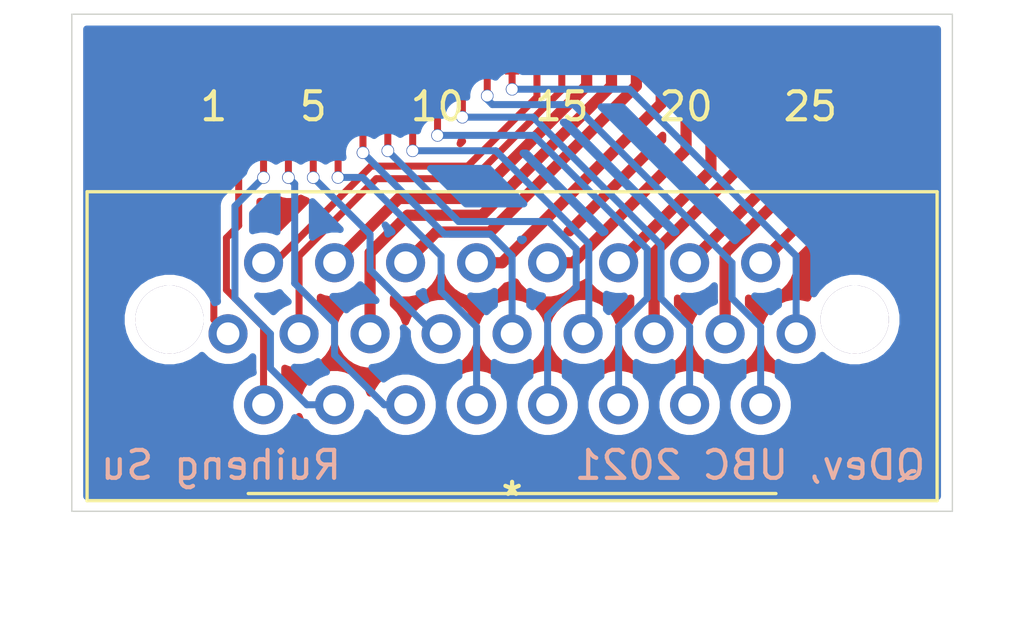
<source format=kicad_pcb>
(kicad_pcb (version 20171130) (host pcbnew "(5.1.10)-1")

  (general
    (thickness 1.6)
    (drawings 6)
    (tracks 135)
    (zones 0)
    (modules 26)
    (nets 28)
  )

  (page A4)
  (title_block
    (title "Dsub to Bondpad")
    (date 2021-10-06)
    (rev 1)
    (company Qdev)
  )

  (layers
    (0 F.Cu signal)
    (31 B.Cu signal)
    (32 B.Adhes user)
    (33 F.Adhes user)
    (34 B.Paste user)
    (35 F.Paste user)
    (36 B.SilkS user)
    (37 F.SilkS user)
    (38 B.Mask user)
    (39 F.Mask user)
    (40 Dwgs.User user)
    (41 Cmts.User user)
    (42 Eco1.User user hide)
    (43 Eco2.User user hide)
    (44 Edge.Cuts user)
    (45 Margin user)
    (46 B.CrtYd user hide)
    (47 F.CrtYd user)
    (48 B.Fab user hide)
    (49 F.Fab user hide)
  )

  (setup
    (last_trace_width 0.25)
    (user_trace_width 0.3048)
    (user_trace_width 0.4)
    (trace_clearance 0.2)
    (zone_clearance 0.127)
    (zone_45_only no)
    (trace_min 0.2)
    (via_size 0.8)
    (via_drill 0.4)
    (via_min_size 0.4)
    (via_min_drill 0.3)
    (user_via 0.45 0.4)
    (uvia_size 0.3)
    (uvia_drill 0.1)
    (uvias_allowed no)
    (uvia_min_size 0.2)
    (uvia_min_drill 0.1)
    (edge_width 0.05)
    (segment_width 0.2)
    (pcb_text_width 0.3)
    (pcb_text_size 1.5 1.5)
    (mod_edge_width 0.12)
    (mod_text_size 1 1)
    (mod_text_width 0.15)
    (pad_size 1.524 1.524)
    (pad_drill 0.762)
    (pad_to_mask_clearance 0)
    (aux_axis_origin 0 0)
    (visible_elements 7FFFFFFF)
    (pcbplotparams
      (layerselection 0x010fc_ffffffff)
      (usegerberextensions false)
      (usegerberattributes true)
      (usegerberadvancedattributes true)
      (creategerberjobfile true)
      (excludeedgelayer true)
      (linewidth 0.100000)
      (plotframeref false)
      (viasonmask false)
      (mode 1)
      (useauxorigin false)
      (hpglpennumber 1)
      (hpglpenspeed 20)
      (hpglpendiameter 15.000000)
      (psnegative false)
      (psa4output false)
      (plotreference true)
      (plotvalue true)
      (plotinvisibletext false)
      (padsonsilk false)
      (subtractmaskfromsilk false)
      (outputformat 1)
      (mirror false)
      (drillshape 1)
      (scaleselection 1)
      (outputdirectory ""))
  )

  (net 0 "")
  (net 1 "Net-(J1-Pad2)")
  (net 2 "Net-(J1-Pad3)")
  (net 3 "Net-(J1-Pad4)")
  (net 4 "Net-(J1-Pad6)")
  (net 5 "Net-(J1-Pad8)")
  (net 6 "Net-(J1-Pad10)")
  (net 7 "Net-(J1-Pad11)")
  (net 8 "Net-(J1-Pad12)")
  (net 9 "Net-(J1-Pad1)")
  (net 10 "Net-(J1-Pad15)")
  (net 11 "Net-(J1-Pad17)")
  (net 12 "Net-(J1-Pad5)")
  (net 13 "Net-(J1-Pad7)")
  (net 14 "Net-(J1-Pad9)")
  (net 15 "Net-(J1-Pad22)")
  (net 16 "Net-(J1-Pad24)")
  (net 17 "Net-(J1-Pad13)")
  (net 18 "Net-(J1-Pad14)")
  (net 19 "Net-(J1-Pad16)")
  (net 20 "Net-(J1-Pad18)")
  (net 21 "Net-(J1-Pad19)")
  (net 22 "Net-(J1-Pad20)")
  (net 23 "Net-(J1-Pad21)")
  (net 24 "Net-(J1-Pad23)")
  (net 25 "Net-(J1-Pad25)")
  (net 26 "Net-(J1-Pad27)")
  (net 27 "Net-(J1-Pad26)")

  (net_class Default "This is the default net class."
    (clearance 0.2)
    (trace_width 0.25)
    (via_dia 0.8)
    (via_drill 0.4)
    (uvia_dia 0.3)
    (uvia_drill 0.1)
    (add_net "Net-(J1-Pad1)")
    (add_net "Net-(J1-Pad10)")
    (add_net "Net-(J1-Pad11)")
    (add_net "Net-(J1-Pad12)")
    (add_net "Net-(J1-Pad13)")
    (add_net "Net-(J1-Pad14)")
    (add_net "Net-(J1-Pad15)")
    (add_net "Net-(J1-Pad16)")
    (add_net "Net-(J1-Pad17)")
    (add_net "Net-(J1-Pad18)")
    (add_net "Net-(J1-Pad19)")
    (add_net "Net-(J1-Pad2)")
    (add_net "Net-(J1-Pad20)")
    (add_net "Net-(J1-Pad21)")
    (add_net "Net-(J1-Pad22)")
    (add_net "Net-(J1-Pad23)")
    (add_net "Net-(J1-Pad24)")
    (add_net "Net-(J1-Pad25)")
    (add_net "Net-(J1-Pad26)")
    (add_net "Net-(J1-Pad27)")
    (add_net "Net-(J1-Pad3)")
    (add_net "Net-(J1-Pad4)")
    (add_net "Net-(J1-Pad5)")
    (add_net "Net-(J1-Pad6)")
    (add_net "Net-(J1-Pad7)")
    (add_net "Net-(J1-Pad8)")
    (add_net "Net-(J1-Pad9)")
  )

  (module RC_Filter_Dsub:M83513&slash_13-D01CP (layer F.Cu) (tedit 615E4A46) (tstamp 615EDB34)
    (at 144.78 125.476 180)
    (path /615E409A)
    (fp_text reference J1 (at 14.097 11.684) (layer F.SilkS) hide
      (effects (font (size 1 1) (thickness 0.15)))
    )
    (fp_text value M83513_13-D01CP (at 5.842 11.684) (layer F.SilkS) hide
      (effects (font (size 1 1) (thickness 0.15)))
    )
    (fp_line (start 15.3289 11.049) (end 15.3289 -4.9022) (layer F.CrtYd) (width 0.05))
    (fp_line (start -15.3289 11.049) (end 15.3289 11.049) (layer F.CrtYd) (width 0.05))
    (fp_line (start -15.3289 -4.9022) (end -15.3289 11.049) (layer F.CrtYd) (width 0.05))
    (fp_line (start 15.3289 -4.9022) (end -15.3289 -4.9022) (layer F.CrtYd) (width 0.05))
    (fp_line (start -9.3091 -4.6482) (end -9.3091 0) (layer F.Fab) (width 0.1))
    (fp_line (start 9.3091 -4.6482) (end -9.3091 -4.6482) (layer F.Fab) (width 0.1))
    (fp_line (start 9.3091 0) (end 9.3091 -4.6482) (layer F.Fab) (width 0.1))
    (fp_line (start -9.3091 0) (end 9.3091 0) (layer F.Fab) (width 0.1))
    (fp_line (start -9.4361 0.127) (end 9.4361 0.127) (layer F.SilkS) (width 0.12))
    (fp_line (start -15.0749 0) (end -15.0749 10.795) (layer F.Fab) (width 0.1))
    (fp_line (start 15.0749 0) (end -15.0749 0) (layer F.Fab) (width 0.1))
    (fp_line (start 15.0749 10.795) (end 15.0749 0) (layer F.Fab) (width 0.1))
    (fp_line (start -15.0749 10.795) (end 15.0749 10.795) (layer F.Fab) (width 0.1))
    (fp_line (start -15.2019 -0.127) (end -15.2019 10.922) (layer F.SilkS) (width 0.12))
    (fp_line (start 15.2019 -0.127) (end -15.2019 -0.127) (layer F.SilkS) (width 0.12))
    (fp_line (start 15.2019 10.922) (end 15.2019 -0.127) (layer F.SilkS) (width 0.12))
    (fp_line (start -15.2019 10.922) (end 15.2019 10.922) (layer F.SilkS) (width 0.12))
    (fp_line (start 12.8651 -4.6482) (end 12.8651 0) (layer F.Fab) (width 0.1))
    (fp_line (start 11.6459 0) (end 11.6459 -4.6482) (layer F.Fab) (width 0.1))
    (fp_line (start 13.4747 -4.6482) (end 13.4747 0) (layer F.Fab) (width 0.1))
    (fp_line (start 11.0363 -4.6482) (end 13.4747 -4.6482) (layer F.Fab) (width 0.1))
    (fp_line (start 11.0363 0) (end 11.0363 -4.6482) (layer F.Fab) (width 0.1))
    (fp_line (start -11.6459 -4.6482) (end -11.6459 0) (layer F.Fab) (width 0.1))
    (fp_line (start -12.8651 0) (end -12.8651 -4.6482) (layer F.Fab) (width 0.1))
    (fp_line (start -11.0363 -4.6482) (end -11.0363 0) (layer F.Fab) (width 0.1))
    (fp_line (start -13.4747 -4.6482) (end -11.0363 -4.6482) (layer F.Fab) (width 0.1))
    (fp_line (start -13.4747 0) (end -13.4747 -4.6482) (layer F.Fab) (width 0.1))
    (fp_line (start 9.525 10.795) (end 8.89 12.065) (layer F.Fab) (width 0.1))
    (fp_line (start 8.255 10.795) (end 8.89 12.065) (layer F.Fab) (width 0.1))
    (fp_text user * (at 0 0) (layer F.Fab)
      (effects (font (size 1 1) (thickness 0.15)))
    )
    (fp_text user * (at 0 0) (layer F.SilkS)
      (effects (font (size 1 1) (thickness 0.15)))
    )
    (fp_text user "Copyright 2021 Accelerated Designs. All rights reserved." (at 0 0) (layer Cmts.User)
      (effects (font (size 0.127 0.127) (thickness 0.002)))
    )
    (pad 27 thru_hole circle (at 12.2555 6.35 180) (size 2.4384 2.4384) (drill 2.4384) (layers *.Cu *.Mask)
      (net 26 "Net-(J1-Pad27)"))
    (pad 26 thru_hole circle (at -12.2555 6.35 270) (size 2.4384 2.4384) (drill 2.4384) (layers *.Cu *.Mask)
      (net 27 "Net-(J1-Pad26)"))
    (pad 25 thru_hole circle (at -8.89 8.382 180) (size 1.397 1.397) (drill 0.8128) (layers *.Cu *.Mask)
      (net 25 "Net-(J1-Pad25)"))
    (pad 23 thru_hole circle (at -6.35 8.382 180) (size 1.397 1.397) (drill 0.8128) (layers *.Cu *.Mask)
      (net 24 "Net-(J1-Pad23)"))
    (pad 21 thru_hole circle (at -3.81 8.382 180) (size 1.397 1.397) (drill 0.8128) (layers *.Cu *.Mask)
      (net 23 "Net-(J1-Pad21)"))
    (pad 20 thru_hole circle (at -1.27 8.382 180) (size 1.397 1.397) (drill 0.8128) (layers *.Cu *.Mask)
      (net 22 "Net-(J1-Pad20)"))
    (pad 19 thru_hole circle (at 1.27 8.382 180) (size 1.397 1.397) (drill 0.8128) (layers *.Cu *.Mask)
      (net 21 "Net-(J1-Pad19)"))
    (pad 18 thru_hole circle (at 3.81 8.382 180) (size 1.397 1.397) (drill 0.8128) (layers *.Cu *.Mask)
      (net 20 "Net-(J1-Pad18)"))
    (pad 16 thru_hole circle (at 6.35 8.382 180) (size 1.397 1.397) (drill 0.8128) (layers *.Cu *.Mask)
      (net 19 "Net-(J1-Pad16)"))
    (pad 14 thru_hole circle (at 8.89 8.382 180) (size 1.397 1.397) (drill 0.8128) (layers *.Cu *.Mask)
      (net 18 "Net-(J1-Pad14)"))
    (pad 13 thru_hole circle (at -10.16 5.842 180) (size 1.397 1.397) (drill 0.8128) (layers *.Cu *.Mask)
      (net 17 "Net-(J1-Pad13)"))
    (pad 24 thru_hole circle (at -7.62 5.842 180) (size 1.397 1.397) (drill 0.8128) (layers *.Cu *.Mask)
      (net 16 "Net-(J1-Pad24)"))
    (pad 22 thru_hole circle (at -5.08 5.842 180) (size 1.397 1.397) (drill 0.8128) (layers *.Cu *.Mask)
      (net 15 "Net-(J1-Pad22)"))
    (pad 9 thru_hole circle (at -2.54 5.842 180) (size 1.397 1.397) (drill 0.8128) (layers *.Cu *.Mask)
      (net 14 "Net-(J1-Pad9)"))
    (pad 7 thru_hole circle (at 0 5.842 180) (size 1.397 1.397) (drill 0.8128) (layers *.Cu *.Mask)
      (net 13 "Net-(J1-Pad7)"))
    (pad 5 thru_hole circle (at 2.54 5.842 180) (size 1.397 1.397) (drill 0.8128) (layers *.Cu *.Mask)
      (net 12 "Net-(J1-Pad5)"))
    (pad 17 thru_hole circle (at 5.08 5.842 180) (size 1.397 1.397) (drill 0.8128) (layers *.Cu *.Mask)
      (net 11 "Net-(J1-Pad17)"))
    (pad 15 thru_hole circle (at 7.62 5.842 180) (size 1.397 1.397) (drill 0.8128) (layers *.Cu *.Mask)
      (net 10 "Net-(J1-Pad15)"))
    (pad 1 thru_hole circle (at 10.16 5.842 180) (size 1.397 1.397) (drill 0.8128) (layers *.Cu *.Mask)
      (net 9 "Net-(J1-Pad1)"))
    (pad 12 thru_hole circle (at -8.89 3.302 180) (size 1.397 1.397) (drill 0.8128) (layers *.Cu *.Mask)
      (net 8 "Net-(J1-Pad12)"))
    (pad 11 thru_hole circle (at -6.35 3.302 180) (size 1.397 1.397) (drill 0.8128) (layers *.Cu *.Mask)
      (net 7 "Net-(J1-Pad11)"))
    (pad 10 thru_hole circle (at -3.81 3.302 180) (size 1.397 1.397) (drill 0.8128) (layers *.Cu *.Mask)
      (net 6 "Net-(J1-Pad10)"))
    (pad 8 thru_hole circle (at -1.27 3.302 180) (size 1.397 1.397) (drill 0.8128) (layers *.Cu *.Mask)
      (net 5 "Net-(J1-Pad8)"))
    (pad 6 thru_hole circle (at 1.27 3.302 180) (size 1.397 1.397) (drill 0.8128) (layers *.Cu *.Mask)
      (net 4 "Net-(J1-Pad6)"))
    (pad 4 thru_hole circle (at 3.81 3.302 180) (size 1.397 1.397) (drill 0.8128) (layers *.Cu *.Mask)
      (net 3 "Net-(J1-Pad4)"))
    (pad 3 thru_hole circle (at 6.35 3.302 180) (size 1.397 1.397) (drill 0.8128) (layers *.Cu *.Mask)
      (net 2 "Net-(J1-Pad3)"))
    (pad 2 thru_hole circle (at 8.89 3.302 180) (size 1.397 1.397) (drill 0.8128) (layers *.Cu *.Mask)
      (net 1 "Net-(J1-Pad2)"))
  )

  (module RC_Filter_Dsub:BondPad (layer F.Cu) (tedit 615E560A) (tstamp 615EBD7E)
    (at 134.112 109.601)
    (path /61613AC6)
    (fp_text reference 1 (at 0 1.905) (layer F.SilkS)
      (effects (font (size 1 1) (thickness 0.15)))
    )
    (fp_text value BondPad (at 0 -1.8415) (layer F.Fab)
      (effects (font (size 1 1) (thickness 0.15)))
    )
    (fp_line (start -0.254 0.762) (end -0.254 -0.762) (layer F.CrtYd) (width 0.12))
    (fp_line (start -0.254 -0.762) (end 0.254 -0.762) (layer F.CrtYd) (width 0.12))
    (fp_line (start 0.254 -0.762) (end 0.254 0.762) (layer F.CrtYd) (width 0.12))
    (fp_line (start 0.254 0.762) (end -0.254 0.762) (layer F.CrtYd) (width 0.12))
    (fp_text user "Soft gold Bond Pad" (at 0 3.302) (layer Eco1.User)
      (effects (font (size 1 1) (thickness 0.15)))
    )
    (pad 1 smd rect (at 0 0) (size 0.508 1.524) (layers F.Cu F.Paste F.Mask)
      (net 9 "Net-(J1-Pad1)"))
  )

  (module RC_Filter_Dsub:BondPad (layer F.Cu) (tedit 615E560A) (tstamp 615EBD88)
    (at 135.001 109.601)
    (path /615FE957)
    (fp_text reference U2 (at 0 1.905) (layer F.SilkS) hide
      (effects (font (size 1 1) (thickness 0.15)))
    )
    (fp_text value BondPad (at 0 -1.8415) (layer F.Fab)
      (effects (font (size 1 1) (thickness 0.15)))
    )
    (fp_line (start -0.254 0.762) (end -0.254 -0.762) (layer F.CrtYd) (width 0.12))
    (fp_line (start -0.254 -0.762) (end 0.254 -0.762) (layer F.CrtYd) (width 0.12))
    (fp_line (start 0.254 -0.762) (end 0.254 0.762) (layer F.CrtYd) (width 0.12))
    (fp_line (start 0.254 0.762) (end -0.254 0.762) (layer F.CrtYd) (width 0.12))
    (fp_text user "Soft gold Bond Pad" (at 0 3.302) (layer Eco1.User)
      (effects (font (size 1 1) (thickness 0.15)))
    )
    (pad 1 smd rect (at 0 0) (size 0.508 1.524) (layers F.Cu F.Paste F.Mask)
      (net 1 "Net-(J1-Pad2)"))
  )

  (module RC_Filter_Dsub:BondPad (layer F.Cu) (tedit 615E560A) (tstamp 615EBD92)
    (at 135.89 109.601)
    (path /615FF3E0)
    (fp_text reference U3 (at 0 1.905) (layer F.SilkS) hide
      (effects (font (size 1 1) (thickness 0.15)))
    )
    (fp_text value BondPad (at 0 -1.8415) (layer F.Fab)
      (effects (font (size 1 1) (thickness 0.15)))
    )
    (fp_line (start -0.254 0.762) (end -0.254 -0.762) (layer F.CrtYd) (width 0.12))
    (fp_line (start -0.254 -0.762) (end 0.254 -0.762) (layer F.CrtYd) (width 0.12))
    (fp_line (start 0.254 -0.762) (end 0.254 0.762) (layer F.CrtYd) (width 0.12))
    (fp_line (start 0.254 0.762) (end -0.254 0.762) (layer F.CrtYd) (width 0.12))
    (fp_text user "Soft gold Bond Pad" (at 0 3.302) (layer Eco1.User)
      (effects (font (size 1 1) (thickness 0.15)))
    )
    (pad 1 smd rect (at 0 0) (size 0.508 1.524) (layers F.Cu F.Paste F.Mask)
      (net 2 "Net-(J1-Pad3)"))
  )

  (module RC_Filter_Dsub:BondPad (layer F.Cu) (tedit 615E560A) (tstamp 615EBD9C)
    (at 136.779 109.601)
    (path /615FFE12)
    (fp_text reference U4 (at 0 1.905) (layer F.SilkS) hide
      (effects (font (size 1 1) (thickness 0.15)))
    )
    (fp_text value BondPad (at 0 -1.8415) (layer F.Fab)
      (effects (font (size 1 1) (thickness 0.15)))
    )
    (fp_line (start -0.254 0.762) (end -0.254 -0.762) (layer F.CrtYd) (width 0.12))
    (fp_line (start -0.254 -0.762) (end 0.254 -0.762) (layer F.CrtYd) (width 0.12))
    (fp_line (start 0.254 -0.762) (end 0.254 0.762) (layer F.CrtYd) (width 0.12))
    (fp_line (start 0.254 0.762) (end -0.254 0.762) (layer F.CrtYd) (width 0.12))
    (fp_text user "Soft gold Bond Pad" (at 0 3.302) (layer Eco1.User)
      (effects (font (size 1 1) (thickness 0.15)))
    )
    (pad 1 smd rect (at 0 0) (size 0.508 1.524) (layers F.Cu F.Paste F.Mask)
      (net 3 "Net-(J1-Pad4)"))
  )

  (module RC_Filter_Dsub:BondPad (layer F.Cu) (tedit 615E560A) (tstamp 615EBDA6)
    (at 137.668 109.601)
    (path /6160E0A6)
    (fp_text reference 5 (at 0 1.905) (layer F.SilkS)
      (effects (font (size 1 1) (thickness 0.15)))
    )
    (fp_text value BondPad (at 0 -1.8415) (layer F.Fab)
      (effects (font (size 1 1) (thickness 0.15)))
    )
    (fp_line (start -0.254 0.762) (end -0.254 -0.762) (layer F.CrtYd) (width 0.12))
    (fp_line (start -0.254 -0.762) (end 0.254 -0.762) (layer F.CrtYd) (width 0.12))
    (fp_line (start 0.254 -0.762) (end 0.254 0.762) (layer F.CrtYd) (width 0.12))
    (fp_line (start 0.254 0.762) (end -0.254 0.762) (layer F.CrtYd) (width 0.12))
    (fp_text user "Soft gold Bond Pad" (at 0 3.302) (layer Eco1.User)
      (effects (font (size 1 1) (thickness 0.15)))
    )
    (pad 1 smd rect (at 0 0) (size 0.508 1.524) (layers F.Cu F.Paste F.Mask)
      (net 12 "Net-(J1-Pad5)"))
  )

  (module RC_Filter_Dsub:BondPad (layer F.Cu) (tedit 615E560A) (tstamp 615EBDB0)
    (at 138.557 109.601)
    (path /6160177D)
    (fp_text reference U6 (at 0 1.905) (layer F.SilkS) hide
      (effects (font (size 1 1) (thickness 0.15)))
    )
    (fp_text value BondPad (at 0 -1.8415) (layer F.Fab)
      (effects (font (size 1 1) (thickness 0.15)))
    )
    (fp_line (start -0.254 0.762) (end -0.254 -0.762) (layer F.CrtYd) (width 0.12))
    (fp_line (start -0.254 -0.762) (end 0.254 -0.762) (layer F.CrtYd) (width 0.12))
    (fp_line (start 0.254 -0.762) (end 0.254 0.762) (layer F.CrtYd) (width 0.12))
    (fp_line (start 0.254 0.762) (end -0.254 0.762) (layer F.CrtYd) (width 0.12))
    (fp_text user "Soft gold Bond Pad" (at 0 3.302) (layer Eco1.User)
      (effects (font (size 1 1) (thickness 0.15)))
    )
    (pad 1 smd rect (at 0 0) (size 0.508 1.524) (layers F.Cu F.Paste F.Mask)
      (net 4 "Net-(J1-Pad6)"))
  )

  (module RC_Filter_Dsub:BondPad (layer F.Cu) (tedit 615E560A) (tstamp 615EBDBA)
    (at 139.446 109.601)
    (path /6160D7CE)
    (fp_text reference U7 (at 0 1.905) (layer F.SilkS) hide
      (effects (font (size 1 1) (thickness 0.15)))
    )
    (fp_text value BondPad (at 0 -1.8415) (layer F.Fab)
      (effects (font (size 1 1) (thickness 0.15)))
    )
    (fp_line (start -0.254 0.762) (end -0.254 -0.762) (layer F.CrtYd) (width 0.12))
    (fp_line (start -0.254 -0.762) (end 0.254 -0.762) (layer F.CrtYd) (width 0.12))
    (fp_line (start 0.254 -0.762) (end 0.254 0.762) (layer F.CrtYd) (width 0.12))
    (fp_line (start 0.254 0.762) (end -0.254 0.762) (layer F.CrtYd) (width 0.12))
    (fp_text user "Soft gold Bond Pad" (at 0 3.302) (layer Eco1.User)
      (effects (font (size 1 1) (thickness 0.15)))
    )
    (pad 1 smd rect (at 0 0) (size 0.508 1.524) (layers F.Cu F.Paste F.Mask)
      (net 13 "Net-(J1-Pad7)"))
  )

  (module RC_Filter_Dsub:BondPad (layer F.Cu) (tedit 615E560A) (tstamp 615EBDC4)
    (at 140.335 109.601)
    (path /61603C16)
    (fp_text reference U8 (at 0 1.905) (layer F.SilkS) hide
      (effects (font (size 1 1) (thickness 0.15)))
    )
    (fp_text value BondPad (at 0 -1.8415) (layer F.Fab)
      (effects (font (size 1 1) (thickness 0.15)))
    )
    (fp_line (start -0.254 0.762) (end -0.254 -0.762) (layer F.CrtYd) (width 0.12))
    (fp_line (start -0.254 -0.762) (end 0.254 -0.762) (layer F.CrtYd) (width 0.12))
    (fp_line (start 0.254 -0.762) (end 0.254 0.762) (layer F.CrtYd) (width 0.12))
    (fp_line (start 0.254 0.762) (end -0.254 0.762) (layer F.CrtYd) (width 0.12))
    (fp_text user "Soft gold Bond Pad" (at 0 3.302) (layer Eco1.User)
      (effects (font (size 1 1) (thickness 0.15)))
    )
    (pad 1 smd rect (at 0 0) (size 0.508 1.524) (layers F.Cu F.Paste F.Mask)
      (net 5 "Net-(J1-Pad8)"))
  )

  (module RC_Filter_Dsub:BondPad (layer F.Cu) (tedit 615E560A) (tstamp 615EBDCE)
    (at 141.224 109.601)
    (path /616170F9)
    (fp_text reference U9 (at 0 1.905) (layer F.SilkS) hide
      (effects (font (size 1 1) (thickness 0.15)))
    )
    (fp_text value BondPad (at 0 -1.8415) (layer F.Fab)
      (effects (font (size 1 1) (thickness 0.15)))
    )
    (fp_line (start -0.254 0.762) (end -0.254 -0.762) (layer F.CrtYd) (width 0.12))
    (fp_line (start -0.254 -0.762) (end 0.254 -0.762) (layer F.CrtYd) (width 0.12))
    (fp_line (start 0.254 -0.762) (end 0.254 0.762) (layer F.CrtYd) (width 0.12))
    (fp_line (start 0.254 0.762) (end -0.254 0.762) (layer F.CrtYd) (width 0.12))
    (fp_text user "Soft gold Bond Pad" (at 0 3.302) (layer Eco1.User)
      (effects (font (size 1 1) (thickness 0.15)))
    )
    (pad 1 smd rect (at 0 0) (size 0.508 1.524) (layers F.Cu F.Paste F.Mask)
      (net 14 "Net-(J1-Pad9)"))
  )

  (module RC_Filter_Dsub:BondPad (layer F.Cu) (tedit 615E560A) (tstamp 615EBDD8)
    (at 142.113 109.601)
    (path /61604170)
    (fp_text reference 10 (at 0 1.905) (layer F.SilkS)
      (effects (font (size 1 1) (thickness 0.15)))
    )
    (fp_text value BondPad (at 0 -1.8415) (layer F.Fab)
      (effects (font (size 1 1) (thickness 0.15)))
    )
    (fp_line (start -0.254 0.762) (end -0.254 -0.762) (layer F.CrtYd) (width 0.12))
    (fp_line (start -0.254 -0.762) (end 0.254 -0.762) (layer F.CrtYd) (width 0.12))
    (fp_line (start 0.254 -0.762) (end 0.254 0.762) (layer F.CrtYd) (width 0.12))
    (fp_line (start 0.254 0.762) (end -0.254 0.762) (layer F.CrtYd) (width 0.12))
    (fp_text user "Soft gold Bond Pad" (at 0 3.302) (layer Eco1.User)
      (effects (font (size 1 1) (thickness 0.15)))
    )
    (pad 1 smd rect (at 0 0) (size 0.508 1.524) (layers F.Cu F.Paste F.Mask)
      (net 6 "Net-(J1-Pad10)"))
  )

  (module RC_Filter_Dsub:BondPad (layer F.Cu) (tedit 615E560A) (tstamp 615EBDE2)
    (at 143.002 109.601)
    (path /616110C9)
    (fp_text reference U11 (at 0 1.905) (layer F.SilkS) hide
      (effects (font (size 1 1) (thickness 0.15)))
    )
    (fp_text value BondPad (at 0 -1.8415) (layer F.Fab)
      (effects (font (size 1 1) (thickness 0.15)))
    )
    (fp_line (start -0.254 0.762) (end -0.254 -0.762) (layer F.CrtYd) (width 0.12))
    (fp_line (start -0.254 -0.762) (end 0.254 -0.762) (layer F.CrtYd) (width 0.12))
    (fp_line (start 0.254 -0.762) (end 0.254 0.762) (layer F.CrtYd) (width 0.12))
    (fp_line (start 0.254 0.762) (end -0.254 0.762) (layer F.CrtYd) (width 0.12))
    (fp_text user "Soft gold Bond Pad" (at 0 3.302) (layer Eco1.User)
      (effects (font (size 1 1) (thickness 0.15)))
    )
    (pad 1 smd rect (at 0 0) (size 0.508 1.524) (layers F.Cu F.Paste F.Mask)
      (net 7 "Net-(J1-Pad11)"))
  )

  (module RC_Filter_Dsub:BondPad (layer F.Cu) (tedit 615E560A) (tstamp 615EBDEC)
    (at 143.891 109.601)
    (path /6160A3FF)
    (fp_text reference U12 (at 0 1.905) (layer F.SilkS) hide
      (effects (font (size 1 1) (thickness 0.15)))
    )
    (fp_text value BondPad (at 0 -1.8415) (layer F.Fab)
      (effects (font (size 1 1) (thickness 0.15)))
    )
    (fp_line (start -0.254 0.762) (end -0.254 -0.762) (layer F.CrtYd) (width 0.12))
    (fp_line (start -0.254 -0.762) (end 0.254 -0.762) (layer F.CrtYd) (width 0.12))
    (fp_line (start 0.254 -0.762) (end 0.254 0.762) (layer F.CrtYd) (width 0.12))
    (fp_line (start 0.254 0.762) (end -0.254 0.762) (layer F.CrtYd) (width 0.12))
    (fp_text user "Soft gold Bond Pad" (at 0 3.302) (layer Eco1.User)
      (effects (font (size 1 1) (thickness 0.15)))
    )
    (pad 1 smd rect (at 0 0) (size 0.508 1.524) (layers F.Cu F.Paste F.Mask)
      (net 8 "Net-(J1-Pad12)"))
  )

  (module RC_Filter_Dsub:BondPad (layer F.Cu) (tedit 615E560A) (tstamp 615EBDF6)
    (at 144.78 109.601)
    (path /61618146)
    (fp_text reference U13 (at 0 1.905) (layer F.SilkS) hide
      (effects (font (size 1 1) (thickness 0.15)))
    )
    (fp_text value BondPad (at 0 -1.8415) (layer F.Fab)
      (effects (font (size 1 1) (thickness 0.15)))
    )
    (fp_line (start -0.254 0.762) (end -0.254 -0.762) (layer F.CrtYd) (width 0.12))
    (fp_line (start -0.254 -0.762) (end 0.254 -0.762) (layer F.CrtYd) (width 0.12))
    (fp_line (start 0.254 -0.762) (end 0.254 0.762) (layer F.CrtYd) (width 0.12))
    (fp_line (start 0.254 0.762) (end -0.254 0.762) (layer F.CrtYd) (width 0.12))
    (fp_text user "Soft gold Bond Pad" (at 0 3.302) (layer Eco1.User)
      (effects (font (size 1 1) (thickness 0.15)))
    )
    (pad 1 smd rect (at 0 0) (size 0.508 1.524) (layers F.Cu F.Paste F.Mask)
      (net 17 "Net-(J1-Pad13)"))
  )

  (module RC_Filter_Dsub:BondPad (layer F.Cu) (tedit 615E560A) (tstamp 615EBE00)
    (at 145.669 109.601)
    (path /616187FF)
    (fp_text reference U14 (at 0 1.905) (layer F.SilkS) hide
      (effects (font (size 1 1) (thickness 0.15)))
    )
    (fp_text value BondPad (at 0 -1.8415) (layer F.Fab)
      (effects (font (size 1 1) (thickness 0.15)))
    )
    (fp_line (start -0.254 0.762) (end -0.254 -0.762) (layer F.CrtYd) (width 0.12))
    (fp_line (start -0.254 -0.762) (end 0.254 -0.762) (layer F.CrtYd) (width 0.12))
    (fp_line (start 0.254 -0.762) (end 0.254 0.762) (layer F.CrtYd) (width 0.12))
    (fp_line (start 0.254 0.762) (end -0.254 0.762) (layer F.CrtYd) (width 0.12))
    (fp_text user "Soft gold Bond Pad" (at 0 3.302) (layer Eco1.User)
      (effects (font (size 1 1) (thickness 0.15)))
    )
    (pad 1 smd rect (at 0 0) (size 0.508 1.524) (layers F.Cu F.Paste F.Mask)
      (net 18 "Net-(J1-Pad14)"))
  )

  (module RC_Filter_Dsub:BondPad (layer F.Cu) (tedit 615E560A) (tstamp 615EBE0A)
    (at 146.558 109.601)
    (path /61613F80)
    (fp_text reference 15 (at 0 1.905) (layer F.SilkS)
      (effects (font (size 1 1) (thickness 0.15)))
    )
    (fp_text value BondPad (at 0 -1.8415) (layer F.Fab)
      (effects (font (size 1 1) (thickness 0.15)))
    )
    (fp_line (start -0.254 0.762) (end -0.254 -0.762) (layer F.CrtYd) (width 0.12))
    (fp_line (start -0.254 -0.762) (end 0.254 -0.762) (layer F.CrtYd) (width 0.12))
    (fp_line (start 0.254 -0.762) (end 0.254 0.762) (layer F.CrtYd) (width 0.12))
    (fp_line (start 0.254 0.762) (end -0.254 0.762) (layer F.CrtYd) (width 0.12))
    (fp_text user "Soft gold Bond Pad" (at 0 3.302) (layer Eco1.User)
      (effects (font (size 1 1) (thickness 0.15)))
    )
    (pad 1 smd rect (at 0 0) (size 0.508 1.524) (layers F.Cu F.Paste F.Mask)
      (net 10 "Net-(J1-Pad15)"))
  )

  (module RC_Filter_Dsub:BondPad (layer F.Cu) (tedit 615E560A) (tstamp 615EBE14)
    (at 147.447 109.601)
    (path /61618EFE)
    (fp_text reference U16 (at 0 1.905) (layer F.SilkS) hide
      (effects (font (size 1 1) (thickness 0.15)))
    )
    (fp_text value BondPad (at 0 -1.8415) (layer F.Fab)
      (effects (font (size 1 1) (thickness 0.15)))
    )
    (fp_line (start -0.254 0.762) (end -0.254 -0.762) (layer F.CrtYd) (width 0.12))
    (fp_line (start -0.254 -0.762) (end 0.254 -0.762) (layer F.CrtYd) (width 0.12))
    (fp_line (start 0.254 -0.762) (end 0.254 0.762) (layer F.CrtYd) (width 0.12))
    (fp_line (start 0.254 0.762) (end -0.254 0.762) (layer F.CrtYd) (width 0.12))
    (fp_text user "Soft gold Bond Pad" (at 0 3.302) (layer Eco1.User)
      (effects (font (size 1 1) (thickness 0.15)))
    )
    (pad 1 smd rect (at 0 0) (size 0.508 1.524) (layers F.Cu F.Paste F.Mask)
      (net 19 "Net-(J1-Pad16)"))
  )

  (module RC_Filter_Dsub:BondPad (layer F.Cu) (tedit 615E560A) (tstamp 615EBE1E)
    (at 148.336 109.601)
    (path /6160AC44)
    (fp_text reference U17 (at 0 1.905) (layer F.SilkS) hide
      (effects (font (size 1 1) (thickness 0.15)))
    )
    (fp_text value BondPad (at 0 -1.8415) (layer F.Fab)
      (effects (font (size 1 1) (thickness 0.15)))
    )
    (fp_line (start -0.254 0.762) (end -0.254 -0.762) (layer F.CrtYd) (width 0.12))
    (fp_line (start -0.254 -0.762) (end 0.254 -0.762) (layer F.CrtYd) (width 0.12))
    (fp_line (start 0.254 -0.762) (end 0.254 0.762) (layer F.CrtYd) (width 0.12))
    (fp_line (start 0.254 0.762) (end -0.254 0.762) (layer F.CrtYd) (width 0.12))
    (fp_text user "Soft gold Bond Pad" (at 0 3.302) (layer Eco1.User)
      (effects (font (size 1 1) (thickness 0.15)))
    )
    (pad 1 smd rect (at 0 0) (size 0.508 1.524) (layers F.Cu F.Paste F.Mask)
      (net 11 "Net-(J1-Pad17)"))
  )

  (module RC_Filter_Dsub:BondPad (layer F.Cu) (tedit 615E560A) (tstamp 615EBE28)
    (at 149.225 109.601)
    (path /616193E9)
    (fp_text reference U18 (at 0 1.905) (layer F.SilkS) hide
      (effects (font (size 1 1) (thickness 0.15)))
    )
    (fp_text value BondPad (at 0 -1.8415) (layer F.Fab)
      (effects (font (size 1 1) (thickness 0.15)))
    )
    (fp_line (start -0.254 0.762) (end -0.254 -0.762) (layer F.CrtYd) (width 0.12))
    (fp_line (start -0.254 -0.762) (end 0.254 -0.762) (layer F.CrtYd) (width 0.12))
    (fp_line (start 0.254 -0.762) (end 0.254 0.762) (layer F.CrtYd) (width 0.12))
    (fp_line (start 0.254 0.762) (end -0.254 0.762) (layer F.CrtYd) (width 0.12))
    (fp_text user "Soft gold Bond Pad" (at 0 3.302) (layer Eco1.User)
      (effects (font (size 1 1) (thickness 0.15)))
    )
    (pad 1 smd rect (at 0 0) (size 0.508 1.524) (layers F.Cu F.Paste F.Mask)
      (net 20 "Net-(J1-Pad18)"))
  )

  (module RC_Filter_Dsub:BondPad (layer F.Cu) (tedit 615E560A) (tstamp 615EBE32)
    (at 150.114 109.601)
    (path /6161991E)
    (fp_text reference U19 (at 0 1.905) (layer F.SilkS) hide
      (effects (font (size 1 1) (thickness 0.15)))
    )
    (fp_text value BondPad (at 0 -1.8415) (layer F.Fab)
      (effects (font (size 1 1) (thickness 0.15)))
    )
    (fp_line (start -0.254 0.762) (end -0.254 -0.762) (layer F.CrtYd) (width 0.12))
    (fp_line (start -0.254 -0.762) (end 0.254 -0.762) (layer F.CrtYd) (width 0.12))
    (fp_line (start 0.254 -0.762) (end 0.254 0.762) (layer F.CrtYd) (width 0.12))
    (fp_line (start 0.254 0.762) (end -0.254 0.762) (layer F.CrtYd) (width 0.12))
    (fp_text user "Soft gold Bond Pad" (at 0 3.302) (layer Eco1.User)
      (effects (font (size 1 1) (thickness 0.15)))
    )
    (pad 1 smd rect (at 0 0) (size 0.508 1.524) (layers F.Cu F.Paste F.Mask)
      (net 21 "Net-(J1-Pad19)"))
  )

  (module RC_Filter_Dsub:BondPad (layer F.Cu) (tedit 615E560A) (tstamp 615ECB41)
    (at 151.003 109.601)
    (path /61619D88)
    (fp_text reference 20 (at 0 1.905) (layer F.SilkS)
      (effects (font (size 1 1) (thickness 0.15)))
    )
    (fp_text value BondPad (at 0 -1.8415) (layer F.Fab)
      (effects (font (size 1 1) (thickness 0.15)))
    )
    (fp_line (start -0.254 0.762) (end -0.254 -0.762) (layer F.CrtYd) (width 0.12))
    (fp_line (start -0.254 -0.762) (end 0.254 -0.762) (layer F.CrtYd) (width 0.12))
    (fp_line (start 0.254 -0.762) (end 0.254 0.762) (layer F.CrtYd) (width 0.12))
    (fp_line (start 0.254 0.762) (end -0.254 0.762) (layer F.CrtYd) (width 0.12))
    (fp_text user "Soft gold Bond Pad" (at 0 3.302) (layer Eco1.User)
      (effects (font (size 1 1) (thickness 0.15)))
    )
    (pad 1 smd rect (at 0 0) (size 0.508 1.524) (layers F.Cu F.Paste F.Mask)
      (net 22 "Net-(J1-Pad20)"))
  )

  (module RC_Filter_Dsub:BondPad (layer F.Cu) (tedit 615E560A) (tstamp 615EBE46)
    (at 151.892 109.601)
    (path /6161E791)
    (fp_text reference U21 (at 0 1.905) (layer F.SilkS) hide
      (effects (font (size 1 1) (thickness 0.15)))
    )
    (fp_text value BondPad (at 0 -1.8415) (layer F.Fab)
      (effects (font (size 1 1) (thickness 0.15)))
    )
    (fp_line (start -0.254 0.762) (end -0.254 -0.762) (layer F.CrtYd) (width 0.12))
    (fp_line (start -0.254 -0.762) (end 0.254 -0.762) (layer F.CrtYd) (width 0.12))
    (fp_line (start 0.254 -0.762) (end 0.254 0.762) (layer F.CrtYd) (width 0.12))
    (fp_line (start 0.254 0.762) (end -0.254 0.762) (layer F.CrtYd) (width 0.12))
    (fp_text user "Soft gold Bond Pad" (at 0 3.302) (layer Eco1.User)
      (effects (font (size 1 1) (thickness 0.15)))
    )
    (pad 1 smd rect (at 0 0) (size 0.508 1.524) (layers F.Cu F.Paste F.Mask)
      (net 23 "Net-(J1-Pad21)"))
  )

  (module RC_Filter_Dsub:BondPad (layer F.Cu) (tedit 615E560A) (tstamp 615EBE50)
    (at 152.781 109.601)
    (path /61617852)
    (fp_text reference U22 (at 0 1.905) (layer F.SilkS) hide
      (effects (font (size 1 1) (thickness 0.15)))
    )
    (fp_text value BondPad (at 0 -1.8415) (layer F.Fab)
      (effects (font (size 1 1) (thickness 0.15)))
    )
    (fp_line (start -0.254 0.762) (end -0.254 -0.762) (layer F.CrtYd) (width 0.12))
    (fp_line (start -0.254 -0.762) (end 0.254 -0.762) (layer F.CrtYd) (width 0.12))
    (fp_line (start 0.254 -0.762) (end 0.254 0.762) (layer F.CrtYd) (width 0.12))
    (fp_line (start 0.254 0.762) (end -0.254 0.762) (layer F.CrtYd) (width 0.12))
    (fp_text user "Soft gold Bond Pad" (at 0 3.302) (layer Eco1.User)
      (effects (font (size 1 1) (thickness 0.15)))
    )
    (pad 1 smd rect (at 0 0) (size 0.508 1.524) (layers F.Cu F.Paste F.Mask)
      (net 15 "Net-(J1-Pad22)"))
  )

  (module RC_Filter_Dsub:BondPad (layer F.Cu) (tedit 615E560A) (tstamp 615EBE5A)
    (at 153.67 109.601)
    (path /6161ECE1)
    (fp_text reference U23 (at 0 1.905) (layer F.SilkS) hide
      (effects (font (size 1 1) (thickness 0.15)))
    )
    (fp_text value BondPad (at 0 -1.8415) (layer F.Fab)
      (effects (font (size 1 1) (thickness 0.15)))
    )
    (fp_line (start -0.254 0.762) (end -0.254 -0.762) (layer F.CrtYd) (width 0.12))
    (fp_line (start -0.254 -0.762) (end 0.254 -0.762) (layer F.CrtYd) (width 0.12))
    (fp_line (start 0.254 -0.762) (end 0.254 0.762) (layer F.CrtYd) (width 0.12))
    (fp_line (start 0.254 0.762) (end -0.254 0.762) (layer F.CrtYd) (width 0.12))
    (fp_text user "Soft gold Bond Pad" (at 0 3.302) (layer Eco1.User)
      (effects (font (size 1 1) (thickness 0.15)))
    )
    (pad 1 smd rect (at 0 0) (size 0.508 1.524) (layers F.Cu F.Paste F.Mask)
      (net 24 "Net-(J1-Pad23)"))
  )

  (module RC_Filter_Dsub:BondPad (layer F.Cu) (tedit 615E560A) (tstamp 615EBE64)
    (at 154.559 109.601)
    (path /61617CFA)
    (fp_text reference U24 (at 0 1.905) (layer F.SilkS) hide
      (effects (font (size 1 1) (thickness 0.15)))
    )
    (fp_text value BondPad (at 0 -1.8415) (layer F.Fab)
      (effects (font (size 1 1) (thickness 0.15)))
    )
    (fp_line (start -0.254 0.762) (end -0.254 -0.762) (layer F.CrtYd) (width 0.12))
    (fp_line (start -0.254 -0.762) (end 0.254 -0.762) (layer F.CrtYd) (width 0.12))
    (fp_line (start 0.254 -0.762) (end 0.254 0.762) (layer F.CrtYd) (width 0.12))
    (fp_line (start 0.254 0.762) (end -0.254 0.762) (layer F.CrtYd) (width 0.12))
    (fp_text user "Soft gold Bond Pad" (at 0 3.302) (layer Eco1.User)
      (effects (font (size 1 1) (thickness 0.15)))
    )
    (pad 1 smd rect (at 0 0) (size 0.508 1.524) (layers F.Cu F.Paste F.Mask)
      (net 16 "Net-(J1-Pad24)"))
  )

  (module RC_Filter_Dsub:BondPad (layer F.Cu) (tedit 615E560A) (tstamp 615EBE6E)
    (at 155.448 109.601)
    (path /6161F275)
    (fp_text reference 25 (at 0 1.905) (layer F.SilkS)
      (effects (font (size 1 1) (thickness 0.15)))
    )
    (fp_text value BondPad (at 0 -1.8415) (layer F.Fab)
      (effects (font (size 1 1) (thickness 0.15)))
    )
    (fp_line (start -0.254 0.762) (end -0.254 -0.762) (layer F.CrtYd) (width 0.12))
    (fp_line (start -0.254 -0.762) (end 0.254 -0.762) (layer F.CrtYd) (width 0.12))
    (fp_line (start 0.254 -0.762) (end 0.254 0.762) (layer F.CrtYd) (width 0.12))
    (fp_line (start 0.254 0.762) (end -0.254 0.762) (layer F.CrtYd) (width 0.12))
    (fp_text user "Soft gold Bond Pad" (at 0 3.302) (layer Eco1.User)
      (effects (font (size 1 1) (thickness 0.15)))
    )
    (pad 1 smd rect (at 0 0) (size 0.508 1.524) (layers F.Cu F.Paste F.Mask)
      (net 25 "Net-(J1-Pad25)"))
  )

  (gr_text "Ruiheng Su" (at 134.366 124.333) (layer B.SilkS)
    (effects (font (size 1 1) (thickness 0.15)) (justify mirror))
  )
  (gr_text "QDev, UBC 2021 " (at 152.908 124.333) (layer B.SilkS)
    (effects (font (size 1 1) (thickness 0.15)) (justify mirror))
  )
  (gr_line (start 160.528 108.204) (end 129.032 108.204) (layer Edge.Cuts) (width 0.05) (tstamp 615EFD44))
  (gr_line (start 160.528 125.984) (end 160.528 108.204) (layer Edge.Cuts) (width 0.05))
  (gr_line (start 129.032 125.984) (end 160.528 125.984) (layer Edge.Cuts) (width 0.05))
  (gr_line (start 129.032 108.204) (end 129.032 125.984) (layer Edge.Cuts) (width 0.05))

  (segment (start 135.001 109.601) (end 135.001 115.76601) (width 0.25) (layer F.Cu) (net 1))
  (segment (start 135.001 115.76601) (end 134.56201 116.205) (width 0.25) (layer F.Cu) (net 1))
  (segment (start 135.89 119.389218) (end 135.89 122.174) (width 0.25) (layer F.Cu) (net 1))
  (segment (start 134.56201 118.061228) (end 135.89 119.389218) (width 0.25) (layer F.Cu) (net 1))
  (segment (start 134.56201 116.205) (end 134.56201 118.061228) (width 0.25) (layer F.Cu) (net 1))
  (via (at 135.89 114.046) (size 0.45) (drill 0.4) (layers F.Cu B.Cu) (net 2))
  (segment (start 135.89 109.601) (end 135.89 114.046) (width 0.25) (layer F.Cu) (net 2))
  (segment (start 137.442172 122.174) (end 138.43 122.174) (width 0.25) (layer B.Cu) (net 2))
  (segment (start 136.136499 120.868327) (end 137.442172 122.174) (width 0.25) (layer B.Cu) (net 2))
  (segment (start 136.136499 119.635717) (end 136.136499 120.868327) (width 0.25) (layer B.Cu) (net 2))
  (segment (start 134.866499 118.365717) (end 136.136499 119.635717) (width 0.25) (layer B.Cu) (net 2))
  (segment (start 134.866499 115.069501) (end 134.866499 118.365717) (width 0.25) (layer B.Cu) (net 2))
  (segment (start 135.89 114.046) (end 134.866499 115.069501) (width 0.25) (layer B.Cu) (net 2))
  (segment (start 136.779 109.601) (end 136.779 111.506) (width 0.25) (layer F.Cu) (net 3))
  (via (at 136.779 114.046) (size 0.45) (drill 0.4) (layers F.Cu B.Cu) (net 3))
  (segment (start 136.779 111.506) (end 136.779 114.046) (width 0.25) (layer F.Cu) (net 3))
  (segment (start 137.003999 114.270999) (end 137.003999 117.826999) (width 0.25) (layer B.Cu) (net 3))
  (segment (start 136.779 114.046) (end 137.003999 114.270999) (width 0.25) (layer B.Cu) (net 3))
  (segment (start 137.003999 117.826999) (end 138.43 119.253) (width 0.25) (layer B.Cu) (net 3))
  (segment (start 138.43 119.253) (end 138.43 120.396) (width 0.25) (layer B.Cu) (net 3))
  (segment (start 140.208 122.174) (end 140.97 122.174) (width 0.25) (layer B.Cu) (net 3))
  (segment (start 138.43 120.396) (end 140.208 122.174) (width 0.25) (layer B.Cu) (net 3))
  (via (at 138.552995 114.041995) (size 0.45) (drill 0.4) (layers F.Cu B.Cu) (net 4))
  (segment (start 138.557 114.03799) (end 138.552995 114.041995) (width 0.25) (layer F.Cu) (net 4))
  (segment (start 138.557 109.601) (end 138.557 114.03799) (width 0.25) (layer F.Cu) (net 4))
  (segment (start 143.51 119.389218) (end 143.51 122.174) (width 0.25) (layer B.Cu) (net 4))
  (segment (start 142.24 116.849218) (end 142.24 118.119218) (width 0.25) (layer B.Cu) (net 4))
  (segment (start 142.24 118.119218) (end 143.51 119.389218) (width 0.25) (layer B.Cu) (net 4))
  (segment (start 139.432777 114.041995) (end 142.24 116.849218) (width 0.25) (layer B.Cu) (net 4))
  (segment (start 138.552995 114.041995) (end 139.432777 114.041995) (width 0.25) (layer B.Cu) (net 4))
  (segment (start 146.05 118.999) (end 146.05 122.174) (width 0.25) (layer B.Cu) (net 5))
  (segment (start 147.073501 117.975499) (end 146.05 118.999) (width 0.25) (layer B.Cu) (net 5))
  (segment (start 147.073501 116.602719) (end 147.073501 117.975499) (width 0.25) (layer B.Cu) (net 5))
  (segment (start 142.879573 115.62049) (end 146.091272 115.62049) (width 0.25) (layer B.Cu) (net 5))
  (segment (start 146.091272 115.62049) (end 147.073501 116.602719) (width 0.25) (layer B.Cu) (net 5))
  (via (at 140.335 113.087991) (size 0.45) (drill 0.4) (layers F.Cu B.Cu) (net 5))
  (segment (start 140.335 109.601) (end 140.335 113.087991) (width 0.25) (layer F.Cu) (net 5))
  (segment (start 146.091271 115.620489) (end 146.091272 115.62049) (width 0.25) (layer B.Cu) (net 5))
  (segment (start 142.867498 115.620489) (end 146.091271 115.620489) (width 0.25) (layer B.Cu) (net 5))
  (segment (start 140.335 113.087991) (end 142.867498 115.620489) (width 0.25) (layer B.Cu) (net 5))
  (via (at 142.113 112.537991) (size 0.45) (drill 0.4) (layers F.Cu B.Cu) (net 6))
  (segment (start 142.113 109.601) (end 142.113 112.537991) (width 0.25) (layer F.Cu) (net 6))
  (segment (start 148.59 119.38) (end 148.59 122.174) (width 0.25) (layer B.Cu) (net 6))
  (segment (start 149.613501 118.356499) (end 148.59 119.38) (width 0.25) (layer B.Cu) (net 6))
  (segment (start 149.613501 116.602719) (end 149.613501 118.356499) (width 0.25) (layer B.Cu) (net 6))
  (segment (start 145.548773 112.537991) (end 149.613501 116.602719) (width 0.25) (layer B.Cu) (net 6))
  (segment (start 142.113 112.537991) (end 145.548773 112.537991) (width 0.25) (layer B.Cu) (net 6))
  (segment (start 151.13 119.389218) (end 151.13 122.174) (width 0.25) (layer B.Cu) (net 7))
  (segment (start 150.106499 118.365717) (end 151.13 119.389218) (width 0.25) (layer B.Cu) (net 7))
  (segment (start 150.106499 116.459307) (end 150.106499 118.365717) (width 0.25) (layer B.Cu) (net 7))
  (segment (start 145.534192 111.887) (end 150.106499 116.459307) (width 0.25) (layer B.Cu) (net 7))
  (segment (start 143.002 109.601) (end 143.002 109.728) (width 0.25) (layer F.Cu) (net 7))
  (via (at 143.002 111.887) (size 0.45) (drill 0.4) (layers F.Cu B.Cu) (net 7))
  (segment (start 143.002 109.728) (end 143.002 111.887) (width 0.25) (layer F.Cu) (net 7))
  (segment (start 145.534192 111.887) (end 143.002 111.887) (width 0.25) (layer B.Cu) (net 7))
  (via (at 143.891 111.125) (size 0.45) (drill 0.4) (layers F.Cu B.Cu) (net 8))
  (segment (start 143.891 109.601) (end 143.891 111.125) (width 0.25) (layer F.Cu) (net 8))
  (segment (start 153.67 119.389218) (end 153.67 122.174) (width 0.25) (layer B.Cu) (net 8))
  (segment (start 152.646499 118.365717) (end 153.67 119.389218) (width 0.25) (layer B.Cu) (net 8))
  (segment (start 146.987772 111.43699) (end 152.646499 117.095717) (width 0.25) (layer B.Cu) (net 8))
  (segment (start 144.07599 111.43699) (end 146.987772 111.43699) (width 0.25) (layer B.Cu) (net 8))
  (segment (start 143.891 111.252) (end 144.07599 111.43699) (width 0.25) (layer B.Cu) (net 8))
  (segment (start 152.646499 117.095717) (end 152.646499 118.365717) (width 0.25) (layer B.Cu) (net 8))
  (segment (start 143.891 111.125) (end 143.891 111.252) (width 0.25) (layer B.Cu) (net 8))
  (segment (start 134.112 119.126) (end 134.62 119.634) (width 0.25) (layer F.Cu) (net 9))
  (segment (start 134.112 109.601) (end 134.112 119.126) (width 0.25) (layer F.Cu) (net 9))
  (segment (start 137.16 119.634) (end 137.16 116.849218) (width 0.25) (layer F.Cu) (net 10))
  (segment (start 146.558 109.601) (end 146.558 110.909524) (width 0.25) (layer F.Cu) (net 10))
  (segment (start 139.921217 114.088001) (end 139.704609 114.304609) (width 0.25) (layer F.Cu) (net 10))
  (segment (start 143.379523 114.088001) (end 139.921217 114.088001) (width 0.25) (layer F.Cu) (net 10))
  (segment (start 146.558 110.909524) (end 143.379523 114.088001) (width 0.25) (layer F.Cu) (net 10))
  (segment (start 139.704609 114.304609) (end 139.738749 114.270469) (width 0.25) (layer F.Cu) (net 10))
  (segment (start 137.16 116.849218) (end 139.704609 114.304609) (width 0.25) (layer F.Cu) (net 10))
  (segment (start 139.7 116.738218) (end 139.7 119.634) (width 0.4) (layer F.Cu) (net 11))
  (segment (start 141.042729 115.395489) (end 139.7 116.738218) (width 0.4) (layer F.Cu) (net 11))
  (segment (start 143.703511 115.395489) (end 141.042729 115.395489) (width 0.4) (layer F.Cu) (net 11))
  (segment (start 148.336 110.763) (end 143.703511 115.395489) (width 0.4) (layer F.Cu) (net 11))
  (segment (start 148.336 109.601) (end 148.336 110.763) (width 0.4) (layer F.Cu) (net 11))
  (via (at 137.668 114.046) (size 0.45) (drill 0.4) (layers F.Cu B.Cu) (net 12))
  (segment (start 137.668 109.601) (end 137.668 114.046) (width 0.25) (layer F.Cu) (net 12))
  (segment (start 141.995218 119.634) (end 142.24 119.634) (width 0.25) (layer B.Cu) (net 12))
  (segment (start 139.7 117.338782) (end 141.995218 119.634) (width 0.25) (layer B.Cu) (net 12))
  (segment (start 139.7 116.078) (end 139.7 117.338782) (width 0.25) (layer B.Cu) (net 12))
  (segment (start 137.668 114.046) (end 139.7 116.078) (width 0.25) (layer B.Cu) (net 12))
  (segment (start 139.446 109.601) (end 139.446 110.236) (width 0.25) (layer F.Cu) (net 13))
  (segment (start 144.78 116.849218) (end 144.78 119.634) (width 0.25) (layer B.Cu) (net 13))
  (segment (start 144.001281 116.070499) (end 144.78 116.849218) (width 0.25) (layer B.Cu) (net 13))
  (segment (start 142.551764 116.070499) (end 144.001281 116.070499) (width 0.25) (layer B.Cu) (net 13))
  (via (at 139.446 113.157) (size 0.45) (drill 0.4) (layers F.Cu B.Cu) (net 13))
  (segment (start 139.446 109.601) (end 139.446 113.157) (width 0.25) (layer F.Cu) (net 13))
  (segment (start 142.3595 116.0705) (end 144.001281 116.0705) (width 0.25) (layer B.Cu) (net 13))
  (segment (start 139.446 113.157) (end 142.3595 116.0705) (width 0.25) (layer B.Cu) (net 13))
  (via (at 141.224 113.087991) (size 0.45) (drill 0.4) (layers F.Cu B.Cu) (net 14))
  (segment (start 141.224 109.601) (end 141.224 113.087991) (width 0.25) (layer F.Cu) (net 14))
  (segment (start 147.523511 119.430489) (end 147.32 119.634) (width 0.25) (layer B.Cu) (net 14))
  (segment (start 147.523511 116.416319) (end 147.523511 119.430489) (width 0.25) (layer B.Cu) (net 14))
  (segment (start 144.195183 113.087991) (end 147.523511 116.416319) (width 0.25) (layer B.Cu) (net 14))
  (segment (start 141.224 113.087991) (end 144.195183 113.087991) (width 0.25) (layer B.Cu) (net 14))
  (segment (start 152.781 113.817218) (end 152.781 109.601) (width 0.4) (layer F.Cu) (net 15))
  (segment (start 149.86 116.738218) (end 152.781 113.817218) (width 0.4) (layer F.Cu) (net 15))
  (segment (start 149.86 119.634) (end 149.86 116.738218) (width 0.4) (layer F.Cu) (net 15))
  (segment (start 154.559 114.579218) (end 154.559 109.601) (width 0.4) (layer F.Cu) (net 16))
  (segment (start 152.4 116.738218) (end 154.559 114.579218) (width 0.4) (layer F.Cu) (net 16))
  (segment (start 152.4 119.634) (end 152.4 116.738218) (width 0.4) (layer F.Cu) (net 16))
  (via (at 144.78 110.88699) (size 0.45) (drill 0.4) (layers F.Cu B.Cu) (net 17))
  (segment (start 144.78 109.601) (end 144.78 110.88699) (width 0.25) (layer F.Cu) (net 17))
  (segment (start 154.94 116.849218) (end 154.94 119.634) (width 0.25) (layer B.Cu) (net 17))
  (segment (start 148.977772 110.88699) (end 154.94 116.849218) (width 0.25) (layer B.Cu) (net 17))
  (segment (start 144.78 110.88699) (end 148.977772 110.88699) (width 0.25) (layer B.Cu) (net 17))
  (segment (start 136.278808 117.094) (end 135.89 117.094) (width 0.25) (layer F.Cu) (net 18))
  (segment (start 139.734816 113.637992) (end 136.278808 117.094) (width 0.25) (layer F.Cu) (net 18))
  (segment (start 143.193123 113.637991) (end 139.734816 113.637992) (width 0.25) (layer F.Cu) (net 18))
  (segment (start 145.669 111.162114) (end 143.193123 113.637991) (width 0.25) (layer F.Cu) (net 18))
  (segment (start 145.669 109.601) (end 145.669 111.162114) (width 0.25) (layer F.Cu) (net 18))
  (segment (start 143.414521 114.795479) (end 140.728521 114.795479) (width 0.4) (layer F.Cu) (net 19))
  (segment (start 147.447 110.763) (end 143.414521 114.795479) (width 0.4) (layer F.Cu) (net 19))
  (segment (start 147.447 109.601) (end 147.447 110.763) (width 0.4) (layer F.Cu) (net 19))
  (segment (start 140.728521 114.795479) (end 138.43 117.094) (width 0.4) (layer F.Cu) (net 19))
  (segment (start 142.068501 115.995499) (end 140.97 117.094) (width 0.4) (layer F.Cu) (net 20))
  (segment (start 143.992501 115.995499) (end 142.068501 115.995499) (width 0.4) (layer F.Cu) (net 20))
  (segment (start 149.225 110.763) (end 143.992501 115.995499) (width 0.4) (layer F.Cu) (net 20))
  (segment (start 149.225 109.601) (end 149.225 110.763) (width 0.4) (layer F.Cu) (net 20))
  (segment (start 144.424218 117.094) (end 143.51 117.094) (width 0.4) (layer F.Cu) (net 21))
  (segment (start 150.114 111.404218) (end 144.424218 117.094) (width 0.4) (layer F.Cu) (net 21))
  (segment (start 150.114 109.601) (end 150.114 111.404218) (width 0.4) (layer F.Cu) (net 21))
  (segment (start 146.05 117.094) (end 146.05 117.221) (width 0.4) (layer F.Cu) (net 22))
  (segment (start 146.964218 117.094) (end 146.05 117.094) (width 0.4) (layer F.Cu) (net 22))
  (segment (start 151.003 113.055218) (end 146.964218 117.094) (width 0.4) (layer F.Cu) (net 22))
  (segment (start 151.003 109.601) (end 151.003 113.055218) (width 0.4) (layer F.Cu) (net 22))
  (segment (start 151.892 113.792) (end 151.892 109.601) (width 0.4) (layer F.Cu) (net 23))
  (segment (start 148.59 117.094) (end 151.892 113.792) (width 0.4) (layer F.Cu) (net 23))
  (segment (start 153.67 114.554) (end 153.67 109.601) (width 0.4) (layer F.Cu) (net 24))
  (segment (start 151.13 117.094) (end 153.67 114.554) (width 0.4) (layer F.Cu) (net 24))
  (segment (start 155.448 115.316) (end 155.448 109.601) (width 0.4) (layer F.Cu) (net 25))
  (segment (start 153.67 117.094) (end 155.448 115.316) (width 0.4) (layer F.Cu) (net 25))

  (zone (net 0) (net_name "") (layer F.Cu) (tstamp 0) (hatch edge 0.508)
    (connect_pads (clearance 0.508))
    (min_thickness 0.254)
    (keepout (tracks allowed) (vias allowed) (copperpour not_allowed))
    (fill (arc_segments 32) (thermal_gap 0.508) (thermal_bridge_width 0.508))
    (polygon
      (pts
        (xy 156.21 110.744) (xy 133.35 110.744) (xy 133.35 107.696) (xy 156.21 107.696)
      )
    )
  )
  (zone (net 0) (net_name "") (layer F.Cu) (tstamp 615EFF52) (hatch edge 0.508)
    (connect_pads (clearance 0.508))
    (min_thickness 0.254)
    (fill yes (arc_segments 32) (thermal_gap 0.508) (thermal_bridge_width 0.508))
    (polygon
      (pts
        (xy 160.528 125.984) (xy 129.032 125.984) (xy 129.032 108.204) (xy 160.528 108.204)
      )
    )
    (filled_polygon
      (pts
        (xy 133.219928 110.363) (xy 133.223 110.394192) (xy 133.223 110.744) (xy 133.22544 110.768776) (xy 133.232667 110.792601)
        (xy 133.244403 110.814557) (xy 133.260197 110.833803) (xy 133.279443 110.849597) (xy 133.301399 110.861333) (xy 133.325224 110.86856)
        (xy 133.35 110.871) (xy 133.352 110.871) (xy 133.352001 117.46179) (xy 133.06535 117.343056) (xy 132.707123 117.2718)
        (xy 132.341877 117.2718) (xy 131.98365 117.343056) (xy 131.646207 117.482829) (xy 131.342516 117.685749) (xy 131.084249 117.944016)
        (xy 130.881329 118.247707) (xy 130.741556 118.58515) (xy 130.6703 118.943377) (xy 130.6703 119.308623) (xy 130.741556 119.66685)
        (xy 130.881329 120.004293) (xy 131.084249 120.307984) (xy 131.342516 120.566251) (xy 131.646207 120.769171) (xy 131.98365 120.908944)
        (xy 132.341877 120.9802) (xy 132.707123 120.9802) (xy 133.06535 120.908944) (xy 133.402793 120.769171) (xy 133.682454 120.582308)
        (xy 133.769943 120.669797) (xy 133.988351 120.815732) (xy 134.231032 120.916254) (xy 134.488662 120.9675) (xy 134.751338 120.9675)
        (xy 135.008968 120.916254) (xy 135.130001 120.866121) (xy 135.130001 121.078029) (xy 135.039943 121.138203) (xy 134.854203 121.323943)
        (xy 134.708268 121.542351) (xy 134.607746 121.785032) (xy 134.5565 122.042662) (xy 134.5565 122.305338) (xy 134.607746 122.562968)
        (xy 134.708268 122.805649) (xy 134.854203 123.024057) (xy 135.039943 123.209797) (xy 135.258351 123.355732) (xy 135.501032 123.456254)
        (xy 135.758662 123.5075) (xy 136.021338 123.5075) (xy 136.278968 123.456254) (xy 136.521649 123.355732) (xy 136.740057 123.209797)
        (xy 136.925797 123.024057) (xy 137.071732 122.805649) (xy 137.16 122.592552) (xy 137.248268 122.805649) (xy 137.394203 123.024057)
        (xy 137.579943 123.209797) (xy 137.798351 123.355732) (xy 138.041032 123.456254) (xy 138.298662 123.5075) (xy 138.561338 123.5075)
        (xy 138.818968 123.456254) (xy 139.061649 123.355732) (xy 139.280057 123.209797) (xy 139.465797 123.024057) (xy 139.611732 122.805649)
        (xy 139.7 122.592552) (xy 139.788268 122.805649) (xy 139.934203 123.024057) (xy 140.119943 123.209797) (xy 140.338351 123.355732)
        (xy 140.581032 123.456254) (xy 140.838662 123.5075) (xy 141.101338 123.5075) (xy 141.358968 123.456254) (xy 141.601649 123.355732)
        (xy 141.820057 123.209797) (xy 142.005797 123.024057) (xy 142.151732 122.805649) (xy 142.24 122.592552) (xy 142.328268 122.805649)
        (xy 142.474203 123.024057) (xy 142.659943 123.209797) (xy 142.878351 123.355732) (xy 143.121032 123.456254) (xy 143.378662 123.5075)
        (xy 143.641338 123.5075) (xy 143.898968 123.456254) (xy 144.141649 123.355732) (xy 144.360057 123.209797) (xy 144.545797 123.024057)
        (xy 144.691732 122.805649) (xy 144.78 122.592552) (xy 144.868268 122.805649) (xy 145.014203 123.024057) (xy 145.199943 123.209797)
        (xy 145.418351 123.355732) (xy 145.661032 123.456254) (xy 145.918662 123.5075) (xy 146.181338 123.5075) (xy 146.438968 123.456254)
        (xy 146.681649 123.355732) (xy 146.900057 123.209797) (xy 147.085797 123.024057) (xy 147.231732 122.805649) (xy 147.32 122.592552)
        (xy 147.408268 122.805649) (xy 147.554203 123.024057) (xy 147.739943 123.209797) (xy 147.958351 123.355732) (xy 148.201032 123.456254)
        (xy 148.458662 123.5075) (xy 148.721338 123.5075) (xy 148.978968 123.456254) (xy 149.221649 123.355732) (xy 149.440057 123.209797)
        (xy 149.625797 123.024057) (xy 149.771732 122.805649) (xy 149.86 122.592552) (xy 149.948268 122.805649) (xy 150.094203 123.024057)
        (xy 150.279943 123.209797) (xy 150.498351 123.355732) (xy 150.741032 123.456254) (xy 150.998662 123.5075) (xy 151.261338 123.5075)
        (xy 151.518968 123.456254) (xy 151.761649 123.355732) (xy 151.980057 123.209797) (xy 152.165797 123.024057) (xy 152.311732 122.805649)
        (xy 152.4 122.592552) (xy 152.488268 122.805649) (xy 152.634203 123.024057) (xy 152.819943 123.209797) (xy 153.038351 123.355732)
        (xy 153.281032 123.456254) (xy 153.538662 123.5075) (xy 153.801338 123.5075) (xy 154.058968 123.456254) (xy 154.301649 123.355732)
        (xy 154.520057 123.209797) (xy 154.705797 123.024057) (xy 154.851732 122.805649) (xy 154.952254 122.562968) (xy 155.0035 122.305338)
        (xy 155.0035 122.042662) (xy 154.952254 121.785032) (xy 154.851732 121.542351) (xy 154.705797 121.323943) (xy 154.520057 121.138203)
        (xy 154.301649 120.992268) (xy 154.058968 120.891746) (xy 153.801338 120.8405) (xy 153.538662 120.8405) (xy 153.281032 120.891746)
        (xy 153.038351 120.992268) (xy 152.819943 121.138203) (xy 152.634203 121.323943) (xy 152.488268 121.542351) (xy 152.4 121.755448)
        (xy 152.311732 121.542351) (xy 152.165797 121.323943) (xy 151.980057 121.138203) (xy 151.761649 120.992268) (xy 151.518968 120.891746)
        (xy 151.261338 120.8405) (xy 150.998662 120.8405) (xy 150.741032 120.891746) (xy 150.498351 120.992268) (xy 150.279943 121.138203)
        (xy 150.094203 121.323943) (xy 149.948268 121.542351) (xy 149.86 121.755448) (xy 149.771732 121.542351) (xy 149.625797 121.323943)
        (xy 149.440057 121.138203) (xy 149.221649 120.992268) (xy 148.978968 120.891746) (xy 148.721338 120.8405) (xy 148.458662 120.8405)
        (xy 148.201032 120.891746) (xy 147.958351 120.992268) (xy 147.739943 121.138203) (xy 147.554203 121.323943) (xy 147.408268 121.542351)
        (xy 147.32 121.755448) (xy 147.231732 121.542351) (xy 147.085797 121.323943) (xy 146.900057 121.138203) (xy 146.681649 120.992268)
        (xy 146.438968 120.891746) (xy 146.181338 120.8405) (xy 145.918662 120.8405) (xy 145.661032 120.891746) (xy 145.418351 120.992268)
        (xy 145.199943 121.138203) (xy 145.014203 121.323943) (xy 144.868268 121.542351) (xy 144.78 121.755448) (xy 144.691732 121.542351)
        (xy 144.545797 121.323943) (xy 144.360057 121.138203) (xy 144.141649 120.992268) (xy 143.898968 120.891746) (xy 143.641338 120.8405)
        (xy 143.378662 120.8405) (xy 143.121032 120.891746) (xy 142.878351 120.992268) (xy 142.659943 121.138203) (xy 142.474203 121.323943)
        (xy 142.328268 121.542351) (xy 142.24 121.755448) (xy 142.151732 121.542351) (xy 142.005797 121.323943) (xy 141.820057 121.138203)
        (xy 141.601649 120.992268) (xy 141.358968 120.891746) (xy 141.101338 120.8405) (xy 140.838662 120.8405) (xy 140.581032 120.891746)
        (xy 140.338351 120.992268) (xy 140.119943 121.138203) (xy 139.934203 121.323943) (xy 139.788268 121.542351) (xy 139.7 121.755448)
        (xy 139.611732 121.542351) (xy 139.465797 121.323943) (xy 139.280057 121.138203) (xy 139.061649 120.992268) (xy 138.818968 120.891746)
        (xy 138.561338 120.8405) (xy 138.298662 120.8405) (xy 138.041032 120.891746) (xy 137.798351 120.992268) (xy 137.579943 121.138203)
        (xy 137.394203 121.323943) (xy 137.248268 121.542351) (xy 137.16 121.755448) (xy 137.071732 121.542351) (xy 136.925797 121.323943)
        (xy 136.740057 121.138203) (xy 136.65 121.078029) (xy 136.65 120.866121) (xy 136.771032 120.916254) (xy 137.028662 120.9675)
        (xy 137.291338 120.9675) (xy 137.548968 120.916254) (xy 137.791649 120.815732) (xy 138.010057 120.669797) (xy 138.195797 120.484057)
        (xy 138.341732 120.265649) (xy 138.43 120.052552) (xy 138.518268 120.265649) (xy 138.664203 120.484057) (xy 138.849943 120.669797)
        (xy 139.068351 120.815732) (xy 139.311032 120.916254) (xy 139.568662 120.9675) (xy 139.831338 120.9675) (xy 140.088968 120.916254)
        (xy 140.331649 120.815732) (xy 140.550057 120.669797) (xy 140.735797 120.484057) (xy 140.881732 120.265649) (xy 140.97 120.052552)
        (xy 141.058268 120.265649) (xy 141.204203 120.484057) (xy 141.389943 120.669797) (xy 141.608351 120.815732) (xy 141.851032 120.916254)
        (xy 142.108662 120.9675) (xy 142.371338 120.9675) (xy 142.628968 120.916254) (xy 142.871649 120.815732) (xy 143.090057 120.669797)
        (xy 143.275797 120.484057) (xy 143.421732 120.265649) (xy 143.51 120.052552) (xy 143.598268 120.265649) (xy 143.744203 120.484057)
        (xy 143.929943 120.669797) (xy 144.148351 120.815732) (xy 144.391032 120.916254) (xy 144.648662 120.9675) (xy 144.911338 120.9675)
        (xy 145.168968 120.916254) (xy 145.411649 120.815732) (xy 145.630057 120.669797) (xy 145.815797 120.484057) (xy 145.961732 120.265649)
        (xy 146.05 120.052552) (xy 146.138268 120.265649) (xy 146.284203 120.484057) (xy 146.469943 120.669797) (xy 146.688351 120.815732)
        (xy 146.931032 120.916254) (xy 147.188662 120.9675) (xy 147.451338 120.9675) (xy 147.708968 120.916254) (xy 147.951649 120.815732)
        (xy 148.170057 120.669797) (xy 148.355797 120.484057) (xy 148.501732 120.265649) (xy 148.59 120.052552) (xy 148.678268 120.265649)
        (xy 148.824203 120.484057) (xy 149.009943 120.669797) (xy 149.228351 120.815732) (xy 149.471032 120.916254) (xy 149.728662 120.9675)
        (xy 149.991338 120.9675) (xy 150.248968 120.916254) (xy 150.491649 120.815732) (xy 150.710057 120.669797) (xy 150.895797 120.484057)
        (xy 151.041732 120.265649) (xy 151.13 120.052552) (xy 151.218268 120.265649) (xy 151.364203 120.484057) (xy 151.549943 120.669797)
        (xy 151.768351 120.815732) (xy 152.011032 120.916254) (xy 152.268662 120.9675) (xy 152.531338 120.9675) (xy 152.788968 120.916254)
        (xy 153.031649 120.815732) (xy 153.250057 120.669797) (xy 153.435797 120.484057) (xy 153.581732 120.265649) (xy 153.67 120.052552)
        (xy 153.758268 120.265649) (xy 153.904203 120.484057) (xy 154.089943 120.669797) (xy 154.308351 120.815732) (xy 154.551032 120.916254)
        (xy 154.808662 120.9675) (xy 155.071338 120.9675) (xy 155.328968 120.916254) (xy 155.571649 120.815732) (xy 155.790057 120.669797)
        (xy 155.877546 120.582308) (xy 156.157207 120.769171) (xy 156.49465 120.908944) (xy 156.852877 120.9802) (xy 157.218123 120.9802)
        (xy 157.57635 120.908944) (xy 157.913793 120.769171) (xy 158.217484 120.566251) (xy 158.475751 120.307984) (xy 158.678671 120.004293)
        (xy 158.818444 119.66685) (xy 158.8897 119.308623) (xy 158.8897 118.943377) (xy 158.818444 118.58515) (xy 158.678671 118.247707)
        (xy 158.475751 117.944016) (xy 158.217484 117.685749) (xy 157.913793 117.482829) (xy 157.57635 117.343056) (xy 157.218123 117.2718)
        (xy 156.852877 117.2718) (xy 156.49465 117.343056) (xy 156.157207 117.482829) (xy 155.853516 117.685749) (xy 155.595249 117.944016)
        (xy 155.392329 118.247707) (xy 155.346267 118.358911) (xy 155.328968 118.351746) (xy 155.071338 118.3005) (xy 154.808662 118.3005)
        (xy 154.551032 118.351746) (xy 154.308351 118.452268) (xy 154.089943 118.598203) (xy 153.904203 118.783943) (xy 153.758268 119.002351)
        (xy 153.67 119.215448) (xy 153.581732 119.002351) (xy 153.435797 118.783943) (xy 153.250057 118.598203) (xy 153.235 118.588142)
        (xy 153.235 118.357187) (xy 153.281032 118.376254) (xy 153.538662 118.4275) (xy 153.801338 118.4275) (xy 154.058968 118.376254)
        (xy 154.301649 118.275732) (xy 154.520057 118.129797) (xy 154.705797 117.944057) (xy 154.851732 117.725649) (xy 154.952254 117.482968)
        (xy 155.0035 117.225338) (xy 155.0035 116.962662) (xy 154.999967 116.944901) (xy 156.009433 115.935436) (xy 156.041291 115.909291)
        (xy 156.080402 115.861635) (xy 156.145636 115.782146) (xy 156.223172 115.637087) (xy 156.223951 115.634519) (xy 156.270918 115.479689)
        (xy 156.283 115.357019) (xy 156.283 115.357018) (xy 156.28704 115.316) (xy 156.283 115.274982) (xy 156.283 110.847592)
        (xy 156.299803 110.833803) (xy 156.315597 110.814557) (xy 156.327333 110.792601) (xy 156.33456 110.768776) (xy 156.337 110.744)
        (xy 156.337 110.394192) (xy 156.340072 110.363) (xy 156.340072 108.864) (xy 159.868001 108.864) (xy 159.868 125.324)
        (xy 129.692 125.324) (xy 129.692 108.864) (xy 133.219928 108.864)
      )
    )
    (filled_polygon
      (pts
        (xy 142.328268 117.725649) (xy 142.474203 117.944057) (xy 142.659943 118.129797) (xy 142.878351 118.275732) (xy 143.121032 118.376254)
        (xy 143.378662 118.4275) (xy 143.641338 118.4275) (xy 143.898968 118.376254) (xy 144.141649 118.275732) (xy 144.360057 118.129797)
        (xy 144.545797 117.944057) (xy 144.562242 117.919446) (xy 144.587907 117.916918) (xy 144.745305 117.869172) (xy 144.890364 117.791636)
        (xy 144.904569 117.779978) (xy 145.014203 117.944057) (xy 145.199943 118.129797) (xy 145.418351 118.275732) (xy 145.661032 118.376254)
        (xy 145.918662 118.4275) (xy 146.181338 118.4275) (xy 146.438968 118.376254) (xy 146.681649 118.275732) (xy 146.900057 118.129797)
        (xy 147.085797 117.944057) (xy 147.102242 117.919446) (xy 147.127907 117.916918) (xy 147.285305 117.869172) (xy 147.430364 117.791636)
        (xy 147.444569 117.779978) (xy 147.554203 117.944057) (xy 147.739943 118.129797) (xy 147.958351 118.275732) (xy 148.201032 118.376254)
        (xy 148.458662 118.4275) (xy 148.721338 118.4275) (xy 148.978968 118.376254) (xy 149.025 118.357187) (xy 149.025 118.588142)
        (xy 149.009943 118.598203) (xy 148.824203 118.783943) (xy 148.678268 119.002351) (xy 148.59 119.215448) (xy 148.501732 119.002351)
        (xy 148.355797 118.783943) (xy 148.170057 118.598203) (xy 147.951649 118.452268) (xy 147.708968 118.351746) (xy 147.451338 118.3005)
        (xy 147.188662 118.3005) (xy 146.931032 118.351746) (xy 146.688351 118.452268) (xy 146.469943 118.598203) (xy 146.284203 118.783943)
        (xy 146.138268 119.002351) (xy 146.05 119.215448) (xy 145.961732 119.002351) (xy 145.815797 118.783943) (xy 145.630057 118.598203)
        (xy 145.411649 118.452268) (xy 145.168968 118.351746) (xy 144.911338 118.3005) (xy 144.648662 118.3005) (xy 144.391032 118.351746)
        (xy 144.148351 118.452268) (xy 143.929943 118.598203) (xy 143.744203 118.783943) (xy 143.598268 119.002351) (xy 143.51 119.215448)
        (xy 143.421732 119.002351) (xy 143.275797 118.783943) (xy 143.090057 118.598203) (xy 142.871649 118.452268) (xy 142.628968 118.351746)
        (xy 142.371338 118.3005) (xy 142.108662 118.3005) (xy 141.851032 118.351746) (xy 141.608351 118.452268) (xy 141.389943 118.598203)
        (xy 141.204203 118.783943) (xy 141.058268 119.002351) (xy 140.97 119.215448) (xy 140.881732 119.002351) (xy 140.735797 118.783943)
        (xy 140.550057 118.598203) (xy 140.535 118.588142) (xy 140.535 118.357187) (xy 140.581032 118.376254) (xy 140.838662 118.4275)
        (xy 141.101338 118.4275) (xy 141.358968 118.376254) (xy 141.601649 118.275732) (xy 141.820057 118.129797) (xy 142.005797 117.944057)
        (xy 142.151732 117.725649) (xy 142.24 117.512552)
      )
    )
    (filled_polygon
      (pts
        (xy 138.041032 118.376254) (xy 138.298662 118.4275) (xy 138.561338 118.4275) (xy 138.818968 118.376254) (xy 138.865001 118.357187)
        (xy 138.865001 118.588142) (xy 138.849943 118.598203) (xy 138.664203 118.783943) (xy 138.518268 119.002351) (xy 138.43 119.215448)
        (xy 138.341732 119.002351) (xy 138.195797 118.783943) (xy 138.010057 118.598203) (xy 137.92 118.538029) (xy 137.92 118.326121)
      )
    )
    (filled_polygon
      (pts
        (xy 151.565 118.588142) (xy 151.549943 118.598203) (xy 151.364203 118.783943) (xy 151.218268 119.002351) (xy 151.13 119.215448)
        (xy 151.041732 119.002351) (xy 150.895797 118.783943) (xy 150.710057 118.598203) (xy 150.695 118.588142) (xy 150.695 118.357187)
        (xy 150.741032 118.376254) (xy 150.998662 118.4275) (xy 151.261338 118.4275) (xy 151.518968 118.376254) (xy 151.565 118.357187)
      )
    )
    (filled_polygon
      (pts
        (xy 136.4 118.538029) (xy 136.309943 118.598203) (xy 136.241865 118.666281) (xy 136.003084 118.4275) (xy 136.021338 118.4275)
        (xy 136.278968 118.376254) (xy 136.4 118.326121)
      )
    )
    (filled_polygon
      (pts
        (xy 150.168001 112.709349) (xy 146.851555 116.025795) (xy 146.744693 115.954393) (xy 150.168001 112.531086)
      )
    )
    (filled_polygon
      (pts
        (xy 137.260637 114.808122) (xy 137.417147 114.872951) (xy 137.423743 114.874263) (xy 136.425546 115.872461) (xy 136.278968 115.811746)
        (xy 136.021338 115.7605) (xy 135.764134 115.7605) (xy 135.761 115.728677) (xy 135.761 114.897189) (xy 135.805297 114.906)
        (xy 135.974703 114.906) (xy 136.140853 114.872951) (xy 136.297363 114.808122) (xy 136.3345 114.783308) (xy 136.371637 114.808122)
        (xy 136.528147 114.872951) (xy 136.694297 114.906) (xy 136.863703 114.906) (xy 137.029853 114.872951) (xy 137.186363 114.808122)
        (xy 137.2235 114.783308)
      )
    )
    (filled_polygon
      (pts
        (xy 142.920493 112.83582) (xy 142.939951 112.788844) (xy 142.948274 112.747) (xy 143.009313 112.747)
      )
    )
  )
  (zone (net 0) (net_name "") (layer B.Cu) (tstamp 615EFF4F) (hatch edge 0.508)
    (connect_pads (clearance 0.381))
    (min_thickness 0.254)
    (fill yes (arc_segments 32) (thermal_gap 0.508) (thermal_bridge_width 0.508))
    (polygon
      (pts
        (xy 160.528 125.984) (xy 129.032 125.984) (xy 129.032 108.204) (xy 160.528 108.204)
      )
    )
    (filled_polygon
      (pts
        (xy 159.995 125.451) (xy 129.565 125.451) (xy 129.565 118.955886) (xy 130.7973 118.955886) (xy 130.7973 119.296114)
        (xy 130.863676 119.629806) (xy 130.993875 119.944136) (xy 131.182896 120.227026) (xy 131.423474 120.467604) (xy 131.706364 120.656625)
        (xy 132.020694 120.786824) (xy 132.354386 120.8532) (xy 132.694614 120.8532) (xy 133.028306 120.786824) (xy 133.342636 120.656625)
        (xy 133.625526 120.467604) (xy 133.686441 120.40669) (xy 133.850901 120.57115) (xy 134.048508 120.703187) (xy 134.268077 120.794135)
        (xy 134.50117 120.8405) (xy 134.73883 120.8405) (xy 134.971923 120.794135) (xy 135.191492 120.703187) (xy 135.389099 120.57115)
        (xy 135.5035 120.456749) (xy 135.5035 120.837229) (xy 135.500437 120.868327) (xy 135.512659 120.992416) (xy 135.521277 121.020824)
        (xy 135.318508 121.104813) (xy 135.120901 121.23685) (xy 134.95285 121.404901) (xy 134.820813 121.602508) (xy 134.729865 121.822077)
        (xy 134.6835 122.05517) (xy 134.6835 122.29283) (xy 134.729865 122.525923) (xy 134.820813 122.745492) (xy 134.95285 122.943099)
        (xy 135.120901 123.11115) (xy 135.318508 123.243187) (xy 135.538077 123.334135) (xy 135.77117 123.3805) (xy 136.00883 123.3805)
        (xy 136.241923 123.334135) (xy 136.461492 123.243187) (xy 136.659099 123.11115) (xy 136.82715 122.943099) (xy 136.959187 122.745492)
        (xy 137.005245 122.634299) (xy 137.088795 122.702866) (xy 137.198762 122.761645) (xy 137.318082 122.79784) (xy 137.401265 122.806033)
        (xy 137.49285 122.943099) (xy 137.660901 123.11115) (xy 137.858508 123.243187) (xy 138.078077 123.334135) (xy 138.31117 123.3805)
        (xy 138.54883 123.3805) (xy 138.781923 123.334135) (xy 139.001492 123.243187) (xy 139.199099 123.11115) (xy 139.36715 122.943099)
        (xy 139.499187 122.745492) (xy 139.590135 122.525923) (xy 139.60251 122.463707) (xy 139.738416 122.599613) (xy 139.758236 122.623764)
        (xy 139.854623 122.702866) (xy 139.891271 122.722455) (xy 139.900813 122.745492) (xy 140.03285 122.943099) (xy 140.200901 123.11115)
        (xy 140.398508 123.243187) (xy 140.618077 123.334135) (xy 140.85117 123.3805) (xy 141.08883 123.3805) (xy 141.321923 123.334135)
        (xy 141.541492 123.243187) (xy 141.739099 123.11115) (xy 141.90715 122.943099) (xy 142.039187 122.745492) (xy 142.130135 122.525923)
        (xy 142.1765 122.29283) (xy 142.1765 122.05517) (xy 142.130135 121.822077) (xy 142.039187 121.602508) (xy 141.90715 121.404901)
        (xy 141.739099 121.23685) (xy 141.541492 121.104813) (xy 141.321923 121.013865) (xy 141.08883 120.9675) (xy 140.85117 120.9675)
        (xy 140.618077 121.013865) (xy 140.398508 121.104813) (xy 140.200901 121.23685) (xy 140.183474 121.254277) (xy 139.769697 120.8405)
        (xy 139.81883 120.8405) (xy 140.051923 120.794135) (xy 140.271492 120.703187) (xy 140.469099 120.57115) (xy 140.63715 120.403099)
        (xy 140.769187 120.205492) (xy 140.860135 119.985923) (xy 140.9065 119.75283) (xy 140.9065 119.51517) (xy 140.887954 119.421933)
        (xy 141.0335 119.567479) (xy 141.0335 119.75283) (xy 141.079865 119.985923) (xy 141.170813 120.205492) (xy 141.30285 120.403099)
        (xy 141.470901 120.57115) (xy 141.668508 120.703187) (xy 141.888077 120.794135) (xy 142.12117 120.8405) (xy 142.35883 120.8405)
        (xy 142.591923 120.794135) (xy 142.811492 120.703187) (xy 142.877 120.659416) (xy 142.877001 121.145911) (xy 142.740901 121.23685)
        (xy 142.57285 121.404901) (xy 142.440813 121.602508) (xy 142.349865 121.822077) (xy 142.3035 122.05517) (xy 142.3035 122.29283)
        (xy 142.349865 122.525923) (xy 142.440813 122.745492) (xy 142.57285 122.943099) (xy 142.740901 123.11115) (xy 142.938508 123.243187)
        (xy 143.158077 123.334135) (xy 143.39117 123.3805) (xy 143.62883 123.3805) (xy 143.861923 123.334135) (xy 144.081492 123.243187)
        (xy 144.279099 123.11115) (xy 144.44715 122.943099) (xy 144.579187 122.745492) (xy 144.670135 122.525923) (xy 144.7165 122.29283)
        (xy 144.7165 122.05517) (xy 144.670135 121.822077) (xy 144.579187 121.602508) (xy 144.44715 121.404901) (xy 144.279099 121.23685)
        (xy 144.143 121.145911) (xy 144.143 120.659416) (xy 144.208508 120.703187) (xy 144.428077 120.794135) (xy 144.66117 120.8405)
        (xy 144.89883 120.8405) (xy 145.131923 120.794135) (xy 145.351492 120.703187) (xy 145.417001 120.659416) (xy 145.417001 121.145911)
        (xy 145.280901 121.23685) (xy 145.11285 121.404901) (xy 144.980813 121.602508) (xy 144.889865 121.822077) (xy 144.8435 122.05517)
        (xy 144.8435 122.29283) (xy 144.889865 122.525923) (xy 144.980813 122.745492) (xy 145.11285 122.943099) (xy 145.280901 123.11115)
        (xy 145.478508 123.243187) (xy 145.698077 123.334135) (xy 145.93117 123.3805) (xy 146.16883 123.3805) (xy 146.401923 123.334135)
        (xy 146.621492 123.243187) (xy 146.819099 123.11115) (xy 146.98715 122.943099) (xy 147.119187 122.745492) (xy 147.210135 122.525923)
        (xy 147.2565 122.29283) (xy 147.2565 122.05517) (xy 147.210135 121.822077) (xy 147.119187 121.602508) (xy 146.98715 121.404901)
        (xy 146.819099 121.23685) (xy 146.683 121.145911) (xy 146.683 120.659416) (xy 146.748508 120.703187) (xy 146.968077 120.794135)
        (xy 147.20117 120.8405) (xy 147.43883 120.8405) (xy 147.671923 120.794135) (xy 147.891492 120.703187) (xy 147.957 120.659416)
        (xy 147.957001 121.145911) (xy 147.820901 121.23685) (xy 147.65285 121.404901) (xy 147.520813 121.602508) (xy 147.429865 121.822077)
        (xy 147.3835 122.05517) (xy 147.3835 122.29283) (xy 147.429865 122.525923) (xy 147.520813 122.745492) (xy 147.65285 122.943099)
        (xy 147.820901 123.11115) (xy 148.018508 123.243187) (xy 148.238077 123.334135) (xy 148.47117 123.3805) (xy 148.70883 123.3805)
        (xy 148.941923 123.334135) (xy 149.161492 123.243187) (xy 149.359099 123.11115) (xy 149.52715 122.943099) (xy 149.659187 122.745492)
        (xy 149.750135 122.525923) (xy 149.7965 122.29283) (xy 149.7965 122.05517) (xy 149.750135 121.822077) (xy 149.659187 121.602508)
        (xy 149.52715 121.404901) (xy 149.359099 121.23685) (xy 149.223 121.145911) (xy 149.223 120.659416) (xy 149.288508 120.703187)
        (xy 149.508077 120.794135) (xy 149.74117 120.8405) (xy 149.97883 120.8405) (xy 150.211923 120.794135) (xy 150.431492 120.703187)
        (xy 150.497 120.659416) (xy 150.497001 121.145911) (xy 150.360901 121.23685) (xy 150.19285 121.404901) (xy 150.060813 121.602508)
        (xy 149.969865 121.822077) (xy 149.9235 122.05517) (xy 149.9235 122.29283) (xy 149.969865 122.525923) (xy 150.060813 122.745492)
        (xy 150.19285 122.943099) (xy 150.360901 123.11115) (xy 150.558508 123.243187) (xy 150.778077 123.334135) (xy 151.01117 123.3805)
        (xy 151.24883 123.3805) (xy 151.481923 123.334135) (xy 151.701492 123.243187) (xy 151.899099 123.11115) (xy 152.06715 122.943099)
        (xy 152.199187 122.745492) (xy 152.290135 122.525923) (xy 152.3365 122.29283) (xy 152.3365 122.05517) (xy 152.290135 121.822077)
        (xy 152.199187 121.602508) (xy 152.06715 121.404901) (xy 151.899099 121.23685) (xy 151.763 121.145911) (xy 151.763 120.659416)
        (xy 151.828508 120.703187) (xy 152.048077 120.794135) (xy 152.28117 120.8405) (xy 152.51883 120.8405) (xy 152.751923 120.794135)
        (xy 152.971492 120.703187) (xy 153.037 120.659416) (xy 153.037001 121.145911) (xy 152.900901 121.23685) (xy 152.73285 121.404901)
        (xy 152.600813 121.602508) (xy 152.509865 121.822077) (xy 152.4635 122.05517) (xy 152.4635 122.29283) (xy 152.509865 122.525923)
        (xy 152.600813 122.745492) (xy 152.73285 122.943099) (xy 152.900901 123.11115) (xy 153.098508 123.243187) (xy 153.318077 123.334135)
        (xy 153.55117 123.3805) (xy 153.78883 123.3805) (xy 154.021923 123.334135) (xy 154.241492 123.243187) (xy 154.439099 123.11115)
        (xy 154.60715 122.943099) (xy 154.739187 122.745492) (xy 154.830135 122.525923) (xy 154.8765 122.29283) (xy 154.8765 122.05517)
        (xy 154.830135 121.822077) (xy 154.739187 121.602508) (xy 154.60715 121.404901) (xy 154.439099 121.23685) (xy 154.303 121.145911)
        (xy 154.303 120.659416) (xy 154.368508 120.703187) (xy 154.588077 120.794135) (xy 154.82117 120.8405) (xy 155.05883 120.8405)
        (xy 155.291923 120.794135) (xy 155.511492 120.703187) (xy 155.709099 120.57115) (xy 155.87356 120.40669) (xy 155.934474 120.467604)
        (xy 156.217364 120.656625) (xy 156.531694 120.786824) (xy 156.865386 120.8532) (xy 157.205614 120.8532) (xy 157.539306 120.786824)
        (xy 157.853636 120.656625) (xy 158.136526 120.467604) (xy 158.377104 120.227026) (xy 158.566125 119.944136) (xy 158.696324 119.629806)
        (xy 158.7627 119.296114) (xy 158.7627 118.955886) (xy 158.696324 118.622194) (xy 158.566125 118.307864) (xy 158.377104 118.024974)
        (xy 158.136526 117.784396) (xy 157.853636 117.595375) (xy 157.539306 117.465176) (xy 157.205614 117.3988) (xy 156.865386 117.3988)
        (xy 156.531694 117.465176) (xy 156.217364 117.595375) (xy 155.934474 117.784396) (xy 155.693896 118.024974) (xy 155.573 118.205908)
        (xy 155.573 116.880306) (xy 155.576062 116.849218) (xy 155.56384 116.725128) (xy 155.556776 116.70184) (xy 155.527645 116.605808)
        (xy 155.468866 116.495841) (xy 155.389764 116.399454) (xy 155.365614 116.379635) (xy 149.447356 110.461377) (xy 149.427536 110.437226)
        (xy 149.331149 110.358124) (xy 149.221182 110.299345) (xy 149.101862 110.26315) (xy 149.00886 110.25399) (xy 148.977772 110.250928)
        (xy 148.946684 110.25399) (xy 145.152014 110.25399) (xy 145.127206 110.237414) (xy 144.993808 110.182158) (xy 144.852194 110.15399)
        (xy 144.707806 110.15399) (xy 144.566192 110.182158) (xy 144.432794 110.237414) (xy 144.31274 110.317631) (xy 144.210641 110.41973)
        (xy 144.18747 110.454408) (xy 144.104808 110.420168) (xy 143.963194 110.392) (xy 143.818806 110.392) (xy 143.677192 110.420168)
        (xy 143.543794 110.475424) (xy 143.42374 110.555641) (xy 143.321641 110.65774) (xy 143.241424 110.777794) (xy 143.186168 110.911192)
        (xy 143.158 111.052806) (xy 143.158 111.17067) (xy 143.074194 111.154) (xy 142.929806 111.154) (xy 142.788192 111.182168)
        (xy 142.654794 111.237424) (xy 142.53474 111.317641) (xy 142.432641 111.41974) (xy 142.352424 111.539794) (xy 142.297168 111.673192)
        (xy 142.269 111.814806) (xy 142.269 111.821661) (xy 142.185194 111.804991) (xy 142.040806 111.804991) (xy 141.899192 111.833159)
        (xy 141.765794 111.888415) (xy 141.64574 111.968632) (xy 141.543641 112.070731) (xy 141.463424 112.190785) (xy 141.408168 112.324183)
        (xy 141.398012 112.375243) (xy 141.296194 112.354991) (xy 141.151806 112.354991) (xy 141.010192 112.383159) (xy 140.876794 112.438415)
        (xy 140.7795 112.503424) (xy 140.682206 112.438415) (xy 140.548808 112.383159) (xy 140.407194 112.354991) (xy 140.262806 112.354991)
        (xy 140.121192 112.383159) (xy 139.987794 112.438415) (xy 139.86774 112.518632) (xy 139.844605 112.541767) (xy 139.793206 112.507424)
        (xy 139.659808 112.452168) (xy 139.518194 112.424) (xy 139.373806 112.424) (xy 139.232192 112.452168) (xy 139.098794 112.507424)
        (xy 138.97874 112.587641) (xy 138.876641 112.68974) (xy 138.796424 112.809794) (xy 138.741168 112.943192) (xy 138.713 113.084806)
        (xy 138.713 113.229194) (xy 138.733144 113.330468) (xy 138.625189 113.308995) (xy 138.480801 113.308995) (xy 138.339187 113.337163)
        (xy 138.205789 113.392419) (xy 138.107501 113.458093) (xy 138.015206 113.396424) (xy 137.881808 113.341168) (xy 137.740194 113.313)
        (xy 137.595806 113.313) (xy 137.454192 113.341168) (xy 137.320794 113.396424) (xy 137.2235 113.461433) (xy 137.126206 113.396424)
        (xy 136.992808 113.341168) (xy 136.851194 113.313) (xy 136.706806 113.313) (xy 136.565192 113.341168) (xy 136.431794 113.396424)
        (xy 136.3345 113.461433) (xy 136.237206 113.396424) (xy 136.103808 113.341168) (xy 135.962194 113.313) (xy 135.817806 113.313)
        (xy 135.676192 113.341168) (xy 135.542794 113.396424) (xy 135.42274 113.476641) (xy 135.320641 113.57874) (xy 135.240424 113.698794)
        (xy 135.185168 113.832192) (xy 135.179347 113.861455) (xy 134.440886 114.599917) (xy 134.416735 114.619737) (xy 134.337633 114.716125)
        (xy 134.278854 114.826092) (xy 134.26898 114.858643) (xy 134.242659 114.945412) (xy 134.230437 115.069501) (xy 134.233499 115.100589)
        (xy 134.2335 118.334619) (xy 134.230437 118.365717) (xy 134.242147 118.484606) (xy 134.145001 118.524845) (xy 134.055125 118.307864)
        (xy 133.866104 118.024974) (xy 133.625526 117.784396) (xy 133.342636 117.595375) (xy 133.028306 117.465176) (xy 132.694614 117.3988)
        (xy 132.354386 117.3988) (xy 132.020694 117.465176) (xy 131.706364 117.595375) (xy 131.423474 117.784396) (xy 131.182896 118.024974)
        (xy 130.993875 118.307864) (xy 130.863676 118.622194) (xy 130.7973 118.955886) (xy 129.565 118.955886) (xy 129.565 108.737)
        (xy 159.995001 108.737)
      )
    )
    (filled_polygon
      (pts
        (xy 137.842356 120.63941) (xy 137.901134 120.749376) (xy 137.937867 120.794135) (xy 137.980237 120.845764) (xy 138.004383 120.86558)
        (xy 138.140293 121.00149) (xy 138.078077 121.013865) (xy 137.858508 121.104813) (xy 137.660901 121.23685) (xy 137.53056 121.367191)
        (xy 136.994607 120.831238) (xy 137.04117 120.8405) (xy 137.27883 120.8405) (xy 137.511923 120.794135) (xy 137.731492 120.703187)
        (xy 137.839758 120.630846)
      )
    )
    (filled_polygon
      (pts
        (xy 154.307001 118.605911) (xy 154.170901 118.69685) (xy 154.021865 118.845886) (xy 153.457934 118.281954) (xy 153.55117 118.3005)
        (xy 153.78883 118.3005) (xy 154.021923 118.254135) (xy 154.241492 118.163187) (xy 154.307 118.119416)
      )
    )
    (filled_polygon
      (pts
        (xy 152.0135 118.334619) (xy 152.010437 118.365717) (xy 152.022147 118.484606) (xy 151.828508 118.564813) (xy 151.630901 118.69685)
        (xy 151.481865 118.845886) (xy 150.917934 118.281954) (xy 151.01117 118.3005) (xy 151.24883 118.3005) (xy 151.481923 118.254135)
        (xy 151.701492 118.163187) (xy 151.899099 118.03115) (xy 152.0135 117.916749)
      )
    )
    (filled_polygon
      (pts
        (xy 136.475133 118.180375) (xy 136.52678 118.243307) (xy 136.554236 118.276763) (xy 136.578381 118.296578) (xy 136.771018 118.489215)
        (xy 136.588508 118.564813) (xy 136.390901 118.69685) (xy 136.241865 118.845886) (xy 135.677933 118.281954) (xy 135.77117 118.3005)
        (xy 136.00883 118.3005) (xy 136.241923 118.254135) (xy 136.461492 118.163187) (xy 136.464774 118.160994)
      )
    )
    (filled_polygon
      (pts
        (xy 144.147001 118.605911) (xy 144.010901 118.69685) (xy 143.861865 118.845886) (xy 143.297933 118.281954) (xy 143.39117 118.3005)
        (xy 143.62883 118.3005) (xy 143.861923 118.254135) (xy 144.081492 118.163187) (xy 144.147 118.119416)
      )
    )
    (filled_polygon
      (pts
        (xy 148.238077 118.254135) (xy 148.47117 118.3005) (xy 148.70883 118.3005) (xy 148.790559 118.284243) (xy 148.233526 118.841277)
        (xy 148.156511 118.764262) (xy 148.156511 118.220349)
      )
    )
    (filled_polygon
      (pts
        (xy 139.912067 118.446046) (xy 139.81883 118.4275) (xy 139.58117 118.4275) (xy 139.348077 118.473865) (xy 139.128508 118.564813)
        (xy 138.930901 118.69685) (xy 138.849974 118.777777) (xy 138.372698 118.3005) (xy 138.54883 118.3005) (xy 138.781923 118.254135)
        (xy 139.001492 118.163187) (xy 139.199099 118.03115) (xy 139.348135 117.882114)
      )
    )
    (filled_polygon
      (pts
        (xy 145.478508 118.163187) (xy 145.698077 118.254135) (xy 145.866222 118.287581) (xy 145.624387 118.529416) (xy 145.600236 118.549236)
        (xy 145.521134 118.645624) (xy 145.508318 118.669601) (xy 145.413 118.605911) (xy 145.413 118.119416)
      )
    )
    (filled_polygon
      (pts
        (xy 141.61616 118.243307) (xy 141.652356 118.362628) (xy 141.690609 118.434194) (xy 141.455303 118.198888) (xy 141.541492 118.163187)
        (xy 141.604145 118.121323)
      )
    )
    (filled_polygon
      (pts
        (xy 153.184697 115.989112) (xy 153.098508 116.024813) (xy 152.900901 116.15685) (xy 152.751865 116.305886) (xy 147.965969 111.51999)
        (xy 148.715575 111.51999)
      )
    )
    (filled_polygon
      (pts
        (xy 145.131865 116.305886) (xy 145.07947 116.25349) (xy 145.184261 116.25349)
      )
    )
    (filled_polygon
      (pts
        (xy 138.630559 115.903757) (xy 138.54883 115.8875) (xy 138.31117 115.8875) (xy 138.078077 115.933865) (xy 137.858508 116.024813)
        (xy 137.660901 116.15685) (xy 137.636999 116.180752) (xy 137.636999 114.910196)
      )
    )
    (filled_polygon
      (pts
        (xy 140.484697 115.989112) (xy 140.398508 116.024813) (xy 140.335003 116.067246) (xy 140.32384 115.95391) (xy 140.303695 115.8875)
        (xy 140.287645 115.83459) (xy 140.238808 115.743223)
      )
    )
    (filled_polygon
      (pts
        (xy 148.104697 115.989112) (xy 148.020432 116.024016) (xy 147.973275 115.966555) (xy 147.949125 115.946736) (xy 145.17338 113.170991)
        (xy 145.286576 113.170991)
      )
    )
    (filled_polygon
      (pts
        (xy 150.644697 115.989112) (xy 150.566185 116.021633) (xy 150.556263 116.009543) (xy 150.532113 115.989724) (xy 146.612379 112.06999)
        (xy 146.725575 112.06999)
      )
    )
    (filled_polygon
      (pts
        (xy 136.370999 114.654954) (xy 136.370999 115.98733) (xy 136.241923 115.933865) (xy 136.00883 115.8875) (xy 135.77117 115.8875)
        (xy 135.538077 115.933865) (xy 135.499499 115.949844) (xy 135.499499 115.331698) (xy 136.074545 114.756653) (xy 136.103808 114.750832)
        (xy 136.237206 114.695576) (xy 136.3345 114.630567)
      )
    )
    (filled_polygon
      (pts
        (xy 145.199484 114.987489) (xy 143.129696 114.987489) (xy 141.863197 113.720991) (xy 143.932986 113.720991)
      )
    )
  )
)

</source>
